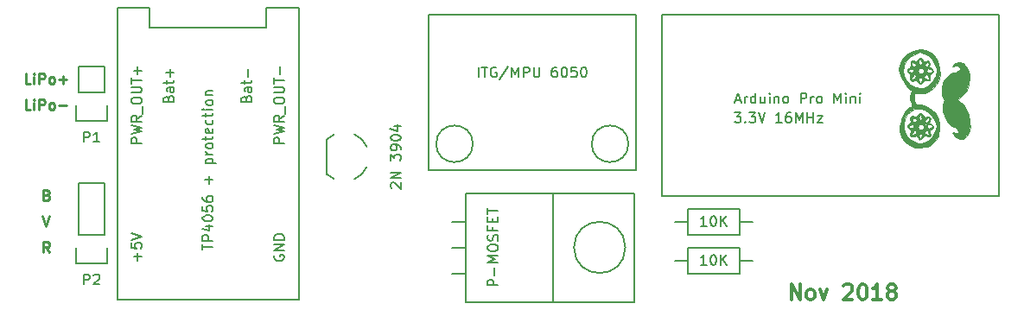
<source format=gto>
G04 #@! TF.FileFunction,Legend,Top*
%FSLAX46Y46*%
G04 Gerber Fmt 4.6, Leading zero omitted, Abs format (unit mm)*
G04 Created by KiCad (PCBNEW 4.0.2+dfsg1-stable) date Tue 13 Nov 2018 10:28:19 PM EST*
%MOMM*%
G01*
G04 APERTURE LIST*
%ADD10C,0.100000*%
%ADD11C,0.300000*%
%ADD12C,0.254000*%
%ADD13C,0.150000*%
%ADD14C,0.010000*%
%ADD15C,2.432000*%
%ADD16O,2.398980X1.901140*%
%ADD17O,1.901140X2.398980*%
%ADD18O,3.900120X2.099260*%
%ADD19C,4.199840*%
%ADD20C,2.398980*%
%ADD21C,1.797000*%
%ADD22R,2.432000X2.432000*%
%ADD23O,2.432000X2.432000*%
%ADD24R,2.432000X2.127200*%
%ADD25O,2.432000X2.127200*%
G04 APERTURE END LIST*
D10*
D11*
X170152858Y-133393571D02*
X170152858Y-131893571D01*
X171010001Y-133393571D01*
X171010001Y-131893571D01*
X171938573Y-133393571D02*
X171795715Y-133322143D01*
X171724287Y-133250714D01*
X171652858Y-133107857D01*
X171652858Y-132679286D01*
X171724287Y-132536429D01*
X171795715Y-132465000D01*
X171938573Y-132393571D01*
X172152858Y-132393571D01*
X172295715Y-132465000D01*
X172367144Y-132536429D01*
X172438573Y-132679286D01*
X172438573Y-133107857D01*
X172367144Y-133250714D01*
X172295715Y-133322143D01*
X172152858Y-133393571D01*
X171938573Y-133393571D01*
X172938573Y-132393571D02*
X173295716Y-133393571D01*
X173652858Y-132393571D01*
X175295715Y-132036429D02*
X175367144Y-131965000D01*
X175510001Y-131893571D01*
X175867144Y-131893571D01*
X176010001Y-131965000D01*
X176081430Y-132036429D01*
X176152858Y-132179286D01*
X176152858Y-132322143D01*
X176081430Y-132536429D01*
X175224287Y-133393571D01*
X176152858Y-133393571D01*
X177081429Y-131893571D02*
X177224286Y-131893571D01*
X177367143Y-131965000D01*
X177438572Y-132036429D01*
X177510001Y-132179286D01*
X177581429Y-132465000D01*
X177581429Y-132822143D01*
X177510001Y-133107857D01*
X177438572Y-133250714D01*
X177367143Y-133322143D01*
X177224286Y-133393571D01*
X177081429Y-133393571D01*
X176938572Y-133322143D01*
X176867143Y-133250714D01*
X176795715Y-133107857D01*
X176724286Y-132822143D01*
X176724286Y-132465000D01*
X176795715Y-132179286D01*
X176867143Y-132036429D01*
X176938572Y-131965000D01*
X177081429Y-131893571D01*
X179010000Y-133393571D02*
X178152857Y-133393571D01*
X178581429Y-133393571D02*
X178581429Y-131893571D01*
X178438572Y-132107857D01*
X178295714Y-132250714D01*
X178152857Y-132322143D01*
X179867143Y-132536429D02*
X179724285Y-132465000D01*
X179652857Y-132393571D01*
X179581428Y-132250714D01*
X179581428Y-132179286D01*
X179652857Y-132036429D01*
X179724285Y-131965000D01*
X179867143Y-131893571D01*
X180152857Y-131893571D01*
X180295714Y-131965000D01*
X180367143Y-132036429D01*
X180438571Y-132179286D01*
X180438571Y-132250714D01*
X180367143Y-132393571D01*
X180295714Y-132465000D01*
X180152857Y-132536429D01*
X179867143Y-132536429D01*
X179724285Y-132607857D01*
X179652857Y-132679286D01*
X179581428Y-132822143D01*
X179581428Y-133107857D01*
X179652857Y-133250714D01*
X179724285Y-133322143D01*
X179867143Y-133393571D01*
X180152857Y-133393571D01*
X180295714Y-133322143D01*
X180367143Y-133250714D01*
X180438571Y-133107857D01*
X180438571Y-132822143D01*
X180367143Y-132679286D01*
X180295714Y-132607857D01*
X180152857Y-132536429D01*
D12*
X97469476Y-128729619D02*
X97130810Y-128245810D01*
X96888905Y-128729619D02*
X96888905Y-127713619D01*
X97275952Y-127713619D01*
X97372714Y-127762000D01*
X97421095Y-127810381D01*
X97469476Y-127907143D01*
X97469476Y-128052286D01*
X97421095Y-128149048D01*
X97372714Y-128197429D01*
X97275952Y-128245810D01*
X96888905Y-128245810D01*
X96816334Y-125173619D02*
X97155001Y-126189619D01*
X97493667Y-125173619D01*
X97227571Y-123117429D02*
X97372714Y-123165810D01*
X97421095Y-123214190D01*
X97469476Y-123310952D01*
X97469476Y-123456095D01*
X97421095Y-123552857D01*
X97372714Y-123601238D01*
X97275952Y-123649619D01*
X96888905Y-123649619D01*
X96888905Y-122633619D01*
X97227571Y-122633619D01*
X97324333Y-122682000D01*
X97372714Y-122730381D01*
X97421095Y-122827143D01*
X97421095Y-122923905D01*
X97372714Y-123020667D01*
X97324333Y-123069048D01*
X97227571Y-123117429D01*
X96888905Y-123117429D01*
X95631000Y-114759619D02*
X95147191Y-114759619D01*
X95147191Y-113743619D01*
X95969667Y-114759619D02*
X95969667Y-114082286D01*
X95969667Y-113743619D02*
X95921286Y-113792000D01*
X95969667Y-113840381D01*
X96018048Y-113792000D01*
X95969667Y-113743619D01*
X95969667Y-113840381D01*
X96453477Y-114759619D02*
X96453477Y-113743619D01*
X96840524Y-113743619D01*
X96937286Y-113792000D01*
X96985667Y-113840381D01*
X97034048Y-113937143D01*
X97034048Y-114082286D01*
X96985667Y-114179048D01*
X96937286Y-114227429D01*
X96840524Y-114275810D01*
X96453477Y-114275810D01*
X97614620Y-114759619D02*
X97517858Y-114711238D01*
X97469477Y-114662857D01*
X97421096Y-114566095D01*
X97421096Y-114275810D01*
X97469477Y-114179048D01*
X97517858Y-114130667D01*
X97614620Y-114082286D01*
X97759762Y-114082286D01*
X97856524Y-114130667D01*
X97904905Y-114179048D01*
X97953286Y-114275810D01*
X97953286Y-114566095D01*
X97904905Y-114662857D01*
X97856524Y-114711238D01*
X97759762Y-114759619D01*
X97614620Y-114759619D01*
X98388715Y-114372571D02*
X99162810Y-114372571D01*
X95631000Y-112219619D02*
X95147191Y-112219619D01*
X95147191Y-111203619D01*
X95969667Y-112219619D02*
X95969667Y-111542286D01*
X95969667Y-111203619D02*
X95921286Y-111252000D01*
X95969667Y-111300381D01*
X96018048Y-111252000D01*
X95969667Y-111203619D01*
X95969667Y-111300381D01*
X96453477Y-112219619D02*
X96453477Y-111203619D01*
X96840524Y-111203619D01*
X96937286Y-111252000D01*
X96985667Y-111300381D01*
X97034048Y-111397143D01*
X97034048Y-111542286D01*
X96985667Y-111639048D01*
X96937286Y-111687429D01*
X96840524Y-111735810D01*
X96453477Y-111735810D01*
X97614620Y-112219619D02*
X97517858Y-112171238D01*
X97469477Y-112122857D01*
X97421096Y-112026095D01*
X97421096Y-111735810D01*
X97469477Y-111639048D01*
X97517858Y-111590667D01*
X97614620Y-111542286D01*
X97759762Y-111542286D01*
X97856524Y-111590667D01*
X97904905Y-111639048D01*
X97953286Y-111735810D01*
X97953286Y-112026095D01*
X97904905Y-112122857D01*
X97856524Y-112171238D01*
X97759762Y-112219619D01*
X97614620Y-112219619D01*
X98388715Y-111832571D02*
X99162810Y-111832571D01*
X98775762Y-112219619D02*
X98775762Y-111445524D01*
D13*
X104140000Y-104775000D02*
X107315000Y-104775000D01*
X107315000Y-104775000D02*
X107315000Y-106680000D01*
X107315000Y-106680000D02*
X118745000Y-106680000D01*
X118745000Y-106680000D02*
X118745000Y-104775000D01*
X118745000Y-104775000D02*
X121920000Y-104775000D01*
X121920000Y-104775000D02*
X121920000Y-127635000D01*
X120015000Y-133350000D02*
X104140000Y-133350000D01*
X104140000Y-133350000D02*
X104140000Y-108585000D01*
X104140000Y-108585000D02*
X104140000Y-106680000D01*
X104140000Y-106680000D02*
X104140000Y-105410000D01*
X104140000Y-105410000D02*
X104140000Y-104775000D01*
X120015000Y-133350000D02*
X121920000Y-133350000D01*
X121920000Y-133350000D02*
X121920000Y-127635000D01*
X190500000Y-105410000D02*
X157480000Y-105410000D01*
X157480000Y-105410000D02*
X157480000Y-123190000D01*
X157480000Y-123190000D02*
X190500000Y-123190000D01*
X190500000Y-123190000D02*
X190500000Y-105410000D01*
X128565000Y-118380000D02*
G75*
G03X127365000Y-117180000I-2200000J-1000000D01*
G01*
X128565000Y-120379999D02*
G75*
G02X127365000Y-121580000I-2200000J999999D01*
G01*
X125368010Y-117192305D02*
G75*
G03X124665000Y-117680000I996990J-2187695D01*
G01*
X125368010Y-121567695D02*
G75*
G02X124665000Y-121080000I996990J2187695D01*
G01*
X124665000Y-117680000D02*
X124665000Y-121080000D01*
X138303000Y-125730000D02*
X136906000Y-125730000D01*
X138303000Y-128270000D02*
X136906000Y-128270000D01*
X138303000Y-130810000D02*
X136906000Y-130810000D01*
X153898472Y-128270000D02*
G75*
G03X153898472Y-128270000I-2514472J0D01*
G01*
X146812000Y-133604000D02*
X154813000Y-133604000D01*
X154813000Y-133604000D02*
X154813000Y-122936000D01*
X154813000Y-122936000D02*
X146812000Y-122936000D01*
X138303000Y-133604000D02*
X146812000Y-133604000D01*
X146812000Y-133604000D02*
X146812000Y-122936000D01*
X146812000Y-122936000D02*
X138303000Y-122936000D01*
X138303000Y-128270000D02*
X138303000Y-122936000D01*
X138303000Y-128270000D02*
X138303000Y-133604000D01*
X160020000Y-124460000D02*
X165100000Y-124460000D01*
X165100000Y-124460000D02*
X165100000Y-127000000D01*
X165100000Y-127000000D02*
X160020000Y-127000000D01*
X160020000Y-127000000D02*
X160020000Y-124460000D01*
X160020000Y-125730000D02*
X158750000Y-125730000D01*
X165100000Y-125730000D02*
X166370000Y-125730000D01*
X160020000Y-128270000D02*
X165100000Y-128270000D01*
X165100000Y-128270000D02*
X165100000Y-130810000D01*
X165100000Y-130810000D02*
X160020000Y-130810000D01*
X160020000Y-130810000D02*
X160020000Y-128270000D01*
X160020000Y-129540000D02*
X158750000Y-129540000D01*
X165100000Y-129540000D02*
X166370000Y-129540000D01*
X138956051Y-118110000D02*
G75*
G03X138956051Y-118110000I-1796051J0D01*
G01*
X154196051Y-118110000D02*
G75*
G03X154196051Y-118110000I-1796051J0D01*
G01*
X154940000Y-105410000D02*
X134620000Y-105410000D01*
X134620000Y-105410000D02*
X134620000Y-120650000D01*
X134620000Y-120650000D02*
X154940000Y-120650000D01*
X154940000Y-120650000D02*
X154940000Y-105410000D01*
X100330000Y-113030000D02*
X100330000Y-110490000D01*
X100050000Y-115850000D02*
X100050000Y-114300000D01*
X100330000Y-113030000D02*
X102870000Y-113030000D01*
X103150000Y-114300000D02*
X103150000Y-115850000D01*
X103150000Y-115850000D02*
X100050000Y-115850000D01*
X102870000Y-113030000D02*
X102870000Y-110490000D01*
X102870000Y-110490000D02*
X100330000Y-110490000D01*
X102870000Y-127000000D02*
X102870000Y-121920000D01*
X102870000Y-121920000D02*
X100330000Y-121920000D01*
X100330000Y-121920000D02*
X100330000Y-127000000D01*
X100050000Y-129820000D02*
X100050000Y-128270000D01*
X100330000Y-127000000D02*
X102870000Y-127000000D01*
X103150000Y-128270000D02*
X103150000Y-129820000D01*
X103150000Y-129820000D02*
X100050000Y-129820000D01*
D14*
G36*
X184934366Y-112600862D02*
X185028863Y-112199681D01*
X185119504Y-111979881D01*
X185329078Y-111645711D01*
X185578718Y-111366266D01*
X185831319Y-111177242D01*
X186019162Y-111114417D01*
X186237632Y-111093083D01*
X186372420Y-111046142D01*
X186509102Y-110942866D01*
X186517921Y-110935329D01*
X186664589Y-110770951D01*
X186661628Y-110627104D01*
X186560136Y-110499232D01*
X186407907Y-110414550D01*
X186215958Y-110450851D01*
X186012314Y-110519612D01*
X185948415Y-110509567D01*
X186010511Y-110413422D01*
X186053501Y-110364656D01*
X186313137Y-110193106D01*
X186639169Y-110136594D01*
X186965371Y-110204872D01*
X187006174Y-110224369D01*
X187243405Y-110432687D01*
X187449280Y-110798776D01*
X187546825Y-111051357D01*
X187596873Y-111276046D01*
X187606960Y-111536640D01*
X187584622Y-111896938D01*
X187582277Y-111924747D01*
X187539572Y-112306444D01*
X187476342Y-112581518D01*
X187373523Y-112812674D01*
X187255290Y-113000321D01*
X187047766Y-113263916D01*
X186819190Y-113496202D01*
X186709377Y-113583961D01*
X186432421Y-113773946D01*
X186730727Y-113976650D01*
X187044019Y-114279891D01*
X187310216Y-114716666D01*
X187514775Y-115254335D01*
X187643153Y-115860257D01*
X187667029Y-116078000D01*
X187678258Y-116424289D01*
X187631946Y-116701724D01*
X187511550Y-117005745D01*
X187503095Y-117023767D01*
X187272795Y-117397313D01*
X187013282Y-117604460D01*
X186725736Y-117644907D01*
X186411335Y-117518354D01*
X186202210Y-117354769D01*
X186006528Y-117151308D01*
X185946846Y-117028995D01*
X186022997Y-116994843D01*
X186209593Y-117046063D01*
X186408827Y-117086111D01*
X186485322Y-117040358D01*
X186491665Y-116890888D01*
X186400870Y-116705598D01*
X186252517Y-116548578D01*
X186147277Y-116493005D01*
X185858377Y-116328239D01*
X185541222Y-116002155D01*
X185316203Y-115697000D01*
X185146306Y-115357242D01*
X185035343Y-114957344D01*
X184991510Y-114554389D01*
X185023005Y-114205460D01*
X185079577Y-114049282D01*
X185141311Y-113872104D01*
X185087141Y-113711112D01*
X185049189Y-113653855D01*
X184942219Y-113382925D01*
X184904714Y-113013602D01*
X184934366Y-112600862D01*
X184934366Y-112600862D01*
G37*
X184934366Y-112600862D02*
X185028863Y-112199681D01*
X185119504Y-111979881D01*
X185329078Y-111645711D01*
X185578718Y-111366266D01*
X185831319Y-111177242D01*
X186019162Y-111114417D01*
X186237632Y-111093083D01*
X186372420Y-111046142D01*
X186509102Y-110942866D01*
X186517921Y-110935329D01*
X186664589Y-110770951D01*
X186661628Y-110627104D01*
X186560136Y-110499232D01*
X186407907Y-110414550D01*
X186215958Y-110450851D01*
X186012314Y-110519612D01*
X185948415Y-110509567D01*
X186010511Y-110413422D01*
X186053501Y-110364656D01*
X186313137Y-110193106D01*
X186639169Y-110136594D01*
X186965371Y-110204872D01*
X187006174Y-110224369D01*
X187243405Y-110432687D01*
X187449280Y-110798776D01*
X187546825Y-111051357D01*
X187596873Y-111276046D01*
X187606960Y-111536640D01*
X187584622Y-111896938D01*
X187582277Y-111924747D01*
X187539572Y-112306444D01*
X187476342Y-112581518D01*
X187373523Y-112812674D01*
X187255290Y-113000321D01*
X187047766Y-113263916D01*
X186819190Y-113496202D01*
X186709377Y-113583961D01*
X186432421Y-113773946D01*
X186730727Y-113976650D01*
X187044019Y-114279891D01*
X187310216Y-114716666D01*
X187514775Y-115254335D01*
X187643153Y-115860257D01*
X187667029Y-116078000D01*
X187678258Y-116424289D01*
X187631946Y-116701724D01*
X187511550Y-117005745D01*
X187503095Y-117023767D01*
X187272795Y-117397313D01*
X187013282Y-117604460D01*
X186725736Y-117644907D01*
X186411335Y-117518354D01*
X186202210Y-117354769D01*
X186006528Y-117151308D01*
X185946846Y-117028995D01*
X186022997Y-116994843D01*
X186209593Y-117046063D01*
X186408827Y-117086111D01*
X186485322Y-117040358D01*
X186491665Y-116890888D01*
X186400870Y-116705598D01*
X186252517Y-116548578D01*
X186147277Y-116493005D01*
X185858377Y-116328239D01*
X185541222Y-116002155D01*
X185316203Y-115697000D01*
X185146306Y-115357242D01*
X185035343Y-114957344D01*
X184991510Y-114554389D01*
X185023005Y-114205460D01*
X185079577Y-114049282D01*
X185141311Y-113872104D01*
X185087141Y-113711112D01*
X185049189Y-113653855D01*
X184942219Y-113382925D01*
X184904714Y-113013602D01*
X184934366Y-112600862D01*
G36*
X180733981Y-110457277D02*
X180898142Y-110027194D01*
X181197644Y-109623357D01*
X181616240Y-109270150D01*
X181918459Y-109092341D01*
X182378392Y-108929031D01*
X182867268Y-108874147D01*
X183332990Y-108927380D01*
X183723462Y-109088424D01*
X183745716Y-109103104D01*
X184071966Y-109365081D01*
X184308532Y-109665286D01*
X184492197Y-110056616D01*
X184572102Y-110291512D01*
X184702919Y-110819981D01*
X184727180Y-111265796D01*
X184644003Y-111678617D01*
X184543001Y-111929333D01*
X184330805Y-112281387D01*
X184047769Y-112613851D01*
X183734263Y-112888674D01*
X183430660Y-113067804D01*
X183289767Y-113110560D01*
X183019136Y-113136598D01*
X182767039Y-113139507D01*
X182767039Y-112633886D01*
X183148006Y-112623993D01*
X183499481Y-112498629D01*
X183830184Y-112242445D01*
X184110196Y-111893707D01*
X184309598Y-111490681D01*
X184398471Y-111071632D01*
X184400283Y-111022343D01*
X184372214Y-110813405D01*
X184296270Y-110527692D01*
X184233095Y-110345010D01*
X183976677Y-109842645D01*
X183637045Y-109478490D01*
X183197456Y-109235009D01*
X183159697Y-109221019D01*
X182736156Y-109068715D01*
X182240659Y-109313989D01*
X181744938Y-109634936D01*
X181391883Y-110029289D01*
X181188090Y-110483129D01*
X181140151Y-110982541D01*
X181230963Y-111445133D01*
X181465311Y-111905057D01*
X181819821Y-112269024D01*
X182263921Y-112518233D01*
X182767039Y-112633886D01*
X182767039Y-113139507D01*
X182701091Y-113140268D01*
X182626000Y-113136989D01*
X182245000Y-113114667D01*
X182234733Y-113580333D01*
X182243495Y-113859199D01*
X182277022Y-114075056D01*
X182308600Y-114151833D01*
X182441291Y-114219188D01*
X182667046Y-114255579D01*
X182736635Y-114257667D01*
X183200074Y-114338653D01*
X183666109Y-114572319D01*
X184107137Y-114944726D01*
X184116278Y-114954298D01*
X184393671Y-115303731D01*
X184564656Y-115676356D01*
X184642136Y-116115458D01*
X184639014Y-116664327D01*
X184636663Y-116699981D01*
X184605932Y-117052810D01*
X184558454Y-117297249D01*
X184473431Y-117494192D01*
X184330066Y-117704536D01*
X184264481Y-117789739D01*
X184016837Y-118078414D01*
X183781654Y-118266334D01*
X183506923Y-118379482D01*
X183140639Y-118443844D01*
X182912089Y-118465435D01*
X182796164Y-118471626D01*
X182796164Y-118067667D01*
X183203265Y-118011702D01*
X183554402Y-117833591D01*
X183869772Y-117518012D01*
X184169573Y-117049643D01*
X184191247Y-117009333D01*
X184332344Y-116685400D01*
X184375249Y-116390223D01*
X184319055Y-116068282D01*
X184169517Y-115679070D01*
X183937016Y-115328112D01*
X183592704Y-115018153D01*
X183189741Y-114786071D01*
X182781286Y-114668741D01*
X182703775Y-114662297D01*
X182243280Y-114717985D01*
X181848805Y-114912754D01*
X181534907Y-115224362D01*
X181316143Y-115630567D01*
X181207069Y-116109127D01*
X181222242Y-116637799D01*
X181266415Y-116858533D01*
X181458129Y-117300831D01*
X181774230Y-117666869D01*
X182179419Y-117928746D01*
X182638399Y-118058563D01*
X182796164Y-118067667D01*
X182796164Y-118471626D01*
X182564364Y-118484007D01*
X182314751Y-118465466D01*
X182094153Y-118399441D01*
X181911603Y-118315231D01*
X181611599Y-118128219D01*
X181308437Y-117882676D01*
X181192403Y-117767750D01*
X181009976Y-117550107D01*
X180902472Y-117349100D01*
X180840988Y-117095611D01*
X180810276Y-116853875D01*
X180786313Y-116489970D01*
X180812043Y-116184694D01*
X180897819Y-115847014D01*
X180939457Y-115717794D01*
X181074845Y-115382976D01*
X181247271Y-115057626D01*
X181432034Y-114779091D01*
X181604434Y-114584718D01*
X181737000Y-114511897D01*
X181913209Y-114465835D01*
X181971389Y-114330369D01*
X181917579Y-114085846D01*
X181890314Y-114012921D01*
X181804110Y-113740132D01*
X181798809Y-113505818D01*
X181848136Y-113276442D01*
X181948238Y-112902172D01*
X181621983Y-112607421D01*
X181355200Y-112298775D01*
X181097676Y-111885306D01*
X180882354Y-111429862D01*
X180742172Y-110995289D01*
X180721404Y-110889222D01*
X180733981Y-110457277D01*
X180733981Y-110457277D01*
G37*
X180733981Y-110457277D02*
X180898142Y-110027194D01*
X181197644Y-109623357D01*
X181616240Y-109270150D01*
X181918459Y-109092341D01*
X182378392Y-108929031D01*
X182867268Y-108874147D01*
X183332990Y-108927380D01*
X183723462Y-109088424D01*
X183745716Y-109103104D01*
X184071966Y-109365081D01*
X184308532Y-109665286D01*
X184492197Y-110056616D01*
X184572102Y-110291512D01*
X184702919Y-110819981D01*
X184727180Y-111265796D01*
X184644003Y-111678617D01*
X184543001Y-111929333D01*
X184330805Y-112281387D01*
X184047769Y-112613851D01*
X183734263Y-112888674D01*
X183430660Y-113067804D01*
X183289767Y-113110560D01*
X183019136Y-113136598D01*
X182767039Y-113139507D01*
X182767039Y-112633886D01*
X183148006Y-112623993D01*
X183499481Y-112498629D01*
X183830184Y-112242445D01*
X184110196Y-111893707D01*
X184309598Y-111490681D01*
X184398471Y-111071632D01*
X184400283Y-111022343D01*
X184372214Y-110813405D01*
X184296270Y-110527692D01*
X184233095Y-110345010D01*
X183976677Y-109842645D01*
X183637045Y-109478490D01*
X183197456Y-109235009D01*
X183159697Y-109221019D01*
X182736156Y-109068715D01*
X182240659Y-109313989D01*
X181744938Y-109634936D01*
X181391883Y-110029289D01*
X181188090Y-110483129D01*
X181140151Y-110982541D01*
X181230963Y-111445133D01*
X181465311Y-111905057D01*
X181819821Y-112269024D01*
X182263921Y-112518233D01*
X182767039Y-112633886D01*
X182767039Y-113139507D01*
X182701091Y-113140268D01*
X182626000Y-113136989D01*
X182245000Y-113114667D01*
X182234733Y-113580333D01*
X182243495Y-113859199D01*
X182277022Y-114075056D01*
X182308600Y-114151833D01*
X182441291Y-114219188D01*
X182667046Y-114255579D01*
X182736635Y-114257667D01*
X183200074Y-114338653D01*
X183666109Y-114572319D01*
X184107137Y-114944726D01*
X184116278Y-114954298D01*
X184393671Y-115303731D01*
X184564656Y-115676356D01*
X184642136Y-116115458D01*
X184639014Y-116664327D01*
X184636663Y-116699981D01*
X184605932Y-117052810D01*
X184558454Y-117297249D01*
X184473431Y-117494192D01*
X184330066Y-117704536D01*
X184264481Y-117789739D01*
X184016837Y-118078414D01*
X183781654Y-118266334D01*
X183506923Y-118379482D01*
X183140639Y-118443844D01*
X182912089Y-118465435D01*
X182796164Y-118471626D01*
X182796164Y-118067667D01*
X183203265Y-118011702D01*
X183554402Y-117833591D01*
X183869772Y-117518012D01*
X184169573Y-117049643D01*
X184191247Y-117009333D01*
X184332344Y-116685400D01*
X184375249Y-116390223D01*
X184319055Y-116068282D01*
X184169517Y-115679070D01*
X183937016Y-115328112D01*
X183592704Y-115018153D01*
X183189741Y-114786071D01*
X182781286Y-114668741D01*
X182703775Y-114662297D01*
X182243280Y-114717985D01*
X181848805Y-114912754D01*
X181534907Y-115224362D01*
X181316143Y-115630567D01*
X181207069Y-116109127D01*
X181222242Y-116637799D01*
X181266415Y-116858533D01*
X181458129Y-117300831D01*
X181774230Y-117666869D01*
X182179419Y-117928746D01*
X182638399Y-118058563D01*
X182796164Y-118067667D01*
X182796164Y-118471626D01*
X182564364Y-118484007D01*
X182314751Y-118465466D01*
X182094153Y-118399441D01*
X181911603Y-118315231D01*
X181611599Y-118128219D01*
X181308437Y-117882676D01*
X181192403Y-117767750D01*
X181009976Y-117550107D01*
X180902472Y-117349100D01*
X180840988Y-117095611D01*
X180810276Y-116853875D01*
X180786313Y-116489970D01*
X180812043Y-116184694D01*
X180897819Y-115847014D01*
X180939457Y-115717794D01*
X181074845Y-115382976D01*
X181247271Y-115057626D01*
X181432034Y-114779091D01*
X181604434Y-114584718D01*
X181737000Y-114511897D01*
X181913209Y-114465835D01*
X181971389Y-114330369D01*
X181917579Y-114085846D01*
X181890314Y-114012921D01*
X181804110Y-113740132D01*
X181798809Y-113505818D01*
X181848136Y-113276442D01*
X181948238Y-112902172D01*
X181621983Y-112607421D01*
X181355200Y-112298775D01*
X181097676Y-111885306D01*
X180882354Y-111429862D01*
X180742172Y-110995289D01*
X180721404Y-110889222D01*
X180733981Y-110457277D01*
G36*
X181643546Y-116161244D02*
X181727766Y-116109135D01*
X181873544Y-116016610D01*
X181881558Y-115906162D01*
X181855857Y-115851118D01*
X181808139Y-115652032D01*
X181850000Y-115468005D01*
X181962086Y-115364171D01*
X182002271Y-115358333D01*
X182181490Y-115396951D01*
X182284244Y-115441347D01*
X182418453Y-115471207D01*
X182536443Y-115372572D01*
X182576963Y-115314347D01*
X182746873Y-115139799D01*
X182909540Y-115128451D01*
X183047754Y-115280493D01*
X183061544Y-115308990D01*
X183153629Y-115447022D01*
X183294695Y-115483600D01*
X183439229Y-115467489D01*
X183679673Y-115475554D01*
X183790766Y-115588473D01*
X183762285Y-115792443D01*
X183730010Y-115860086D01*
X183684160Y-115998526D01*
X183760953Y-116089056D01*
X183850490Y-116134292D01*
X184026599Y-116280038D01*
X184053294Y-116464999D01*
X183963733Y-116611400D01*
X183816407Y-116701582D01*
X183756470Y-116713000D01*
X183694824Y-116751328D01*
X183714513Y-116890383D01*
X183741589Y-116973415D01*
X183785554Y-117224337D01*
X183708793Y-117359741D01*
X183596137Y-117366974D01*
X183596137Y-117258753D01*
X183640181Y-117179873D01*
X183640703Y-117154772D01*
X183639995Y-117151571D01*
X183639995Y-116600950D01*
X183801455Y-116548953D01*
X183956859Y-116426409D01*
X183944177Y-116320455D01*
X183764415Y-116238628D01*
X183759912Y-116237487D01*
X183559666Y-116236464D01*
X183447575Y-116324679D01*
X183456855Y-116463435D01*
X183508184Y-116530765D01*
X183639995Y-116600950D01*
X183639995Y-117151571D01*
X183596684Y-116955701D01*
X183564581Y-116891163D01*
X183442716Y-116816373D01*
X183419685Y-116822464D01*
X183419685Y-116038690D01*
X183551964Y-115983118D01*
X183585926Y-115929833D01*
X183627206Y-115761542D01*
X183631162Y-115602085D01*
X183596244Y-115527788D01*
X183594100Y-115527667D01*
X183417798Y-115590885D01*
X183268593Y-115735371D01*
X183218666Y-115869312D01*
X183282142Y-115996397D01*
X183419685Y-116038690D01*
X183419685Y-116822464D01*
X183306045Y-116852524D01*
X183303333Y-116856778D01*
X183303333Y-116670667D01*
X183381352Y-116663954D01*
X183388000Y-116633330D01*
X183326539Y-116547112D01*
X183303333Y-116543667D01*
X183303333Y-116289667D01*
X183385539Y-116225238D01*
X183388000Y-116205000D01*
X183323570Y-116122794D01*
X183303333Y-116120333D01*
X183221126Y-116184763D01*
X183218666Y-116205000D01*
X183283095Y-116287207D01*
X183303333Y-116289667D01*
X183303333Y-116543667D01*
X183220867Y-116572554D01*
X183218666Y-116581003D01*
X183277995Y-116653289D01*
X183303333Y-116670667D01*
X183303333Y-116856778D01*
X183231466Y-116969525D01*
X183233575Y-117020689D01*
X183327834Y-117156503D01*
X183451500Y-117229883D01*
X183596137Y-117258753D01*
X183596137Y-117366974D01*
X183518469Y-117371961D01*
X183402017Y-117336875D01*
X183230353Y-117291404D01*
X183120929Y-117345473D01*
X183022106Y-117495116D01*
X182873113Y-117674268D01*
X182791346Y-117680416D01*
X182791346Y-117550842D01*
X182877975Y-117494758D01*
X182925083Y-117436090D01*
X183019385Y-117245862D01*
X182992888Y-117180240D01*
X182992888Y-116938778D01*
X183043223Y-116927156D01*
X183049333Y-116882333D01*
X183018355Y-116812643D01*
X182992888Y-116825889D01*
X182982755Y-116926369D01*
X182992888Y-116938778D01*
X182992888Y-117180240D01*
X182971102Y-117126284D01*
X182831770Y-117094000D01*
X182736778Y-117134890D01*
X182736778Y-116697835D01*
X182978949Y-116693349D01*
X183104959Y-116568893D01*
X183118503Y-116395982D01*
X183071108Y-116228171D01*
X183007000Y-116197525D01*
X183007000Y-115951000D01*
X183049333Y-115908667D01*
X183007000Y-115866333D01*
X182964666Y-115908667D01*
X183007000Y-115951000D01*
X183007000Y-116197525D01*
X182944717Y-116167750D01*
X182837666Y-116162667D01*
X182817472Y-116165025D01*
X182817472Y-115765736D01*
X182932299Y-115728117D01*
X182963653Y-115589541D01*
X182903958Y-115400424D01*
X182878703Y-115358333D01*
X182798939Y-115273917D01*
X182722548Y-115340924D01*
X182710772Y-115358333D01*
X182646449Y-115555466D01*
X182708994Y-115711423D01*
X182817472Y-115765736D01*
X182817472Y-116165025D01*
X182657730Y-116183682D01*
X182626000Y-116230989D01*
X182626000Y-115951000D01*
X182695690Y-115920022D01*
X182682444Y-115894556D01*
X182581964Y-115884423D01*
X182569555Y-115894556D01*
X182581177Y-115944890D01*
X182626000Y-115951000D01*
X182626000Y-116230989D01*
X182591415Y-116282553D01*
X182583666Y-116415507D01*
X182623931Y-116621874D01*
X182736778Y-116697835D01*
X182736778Y-117134890D01*
X182685996Y-117156751D01*
X182647446Y-117310272D01*
X182712381Y-117475000D01*
X182791346Y-117550842D01*
X182791346Y-117680416D01*
X182731551Y-117684912D01*
X182626000Y-117556305D01*
X182626000Y-116967000D01*
X182708465Y-116938113D01*
X182710666Y-116929664D01*
X182651337Y-116857378D01*
X182626000Y-116840000D01*
X182547981Y-116846713D01*
X182541333Y-116877337D01*
X182602793Y-116963555D01*
X182626000Y-116967000D01*
X182626000Y-117556305D01*
X182602009Y-117527073D01*
X182585646Y-117492757D01*
X182504053Y-117374483D01*
X182369720Y-117340676D01*
X182184888Y-117360664D01*
X182014293Y-117363185D01*
X182014293Y-117218921D01*
X182159458Y-117210713D01*
X182306588Y-117157615D01*
X182348450Y-117126016D01*
X182406814Y-116980759D01*
X182352498Y-116845368D01*
X182315555Y-116829853D01*
X182315555Y-116684778D01*
X182365889Y-116673156D01*
X182372000Y-116628333D01*
X182341021Y-116558643D01*
X182329666Y-116564549D01*
X182329666Y-116289667D01*
X182372000Y-116247333D01*
X182329666Y-116205000D01*
X182287333Y-116247333D01*
X182329666Y-116289667D01*
X182329666Y-116564549D01*
X182315555Y-116571889D01*
X182305422Y-116672369D01*
X182315555Y-116684778D01*
X182315555Y-116829853D01*
X182238920Y-116797667D01*
X182120099Y-116864535D01*
X182003546Y-117013854D01*
X181983668Y-117070011D01*
X181983668Y-116562818D01*
X182121410Y-116512308D01*
X182153100Y-116401390D01*
X182120060Y-116341426D01*
X182120060Y-115983146D01*
X182235045Y-115976854D01*
X182285975Y-115951727D01*
X182433965Y-115826437D01*
X182429764Y-115707985D01*
X182334612Y-115644849D01*
X182128823Y-115611305D01*
X182026763Y-115691955D01*
X182042403Y-115848872D01*
X182120060Y-115983146D01*
X182120060Y-116341426D01*
X182108677Y-116320767D01*
X181997434Y-116221170D01*
X181954481Y-116205000D01*
X181848159Y-116250097D01*
X181732015Y-116326165D01*
X181624077Y-116418514D01*
X181654037Y-116475432D01*
X181779333Y-116528081D01*
X181983668Y-116562818D01*
X181983668Y-117070011D01*
X181948736Y-117168698D01*
X181948666Y-117173101D01*
X182014293Y-117218921D01*
X182014293Y-117363185D01*
X181929679Y-117364436D01*
X181809210Y-117267022D01*
X181817259Y-117061066D01*
X181848822Y-116963237D01*
X181878843Y-116794377D01*
X181785032Y-116691036D01*
X181746046Y-116670312D01*
X181577321Y-116517646D01*
X181542559Y-116329662D01*
X181643546Y-116161244D01*
X181643546Y-116161244D01*
G37*
X181643546Y-116161244D02*
X181727766Y-116109135D01*
X181873544Y-116016610D01*
X181881558Y-115906162D01*
X181855857Y-115851118D01*
X181808139Y-115652032D01*
X181850000Y-115468005D01*
X181962086Y-115364171D01*
X182002271Y-115358333D01*
X182181490Y-115396951D01*
X182284244Y-115441347D01*
X182418453Y-115471207D01*
X182536443Y-115372572D01*
X182576963Y-115314347D01*
X182746873Y-115139799D01*
X182909540Y-115128451D01*
X183047754Y-115280493D01*
X183061544Y-115308990D01*
X183153629Y-115447022D01*
X183294695Y-115483600D01*
X183439229Y-115467489D01*
X183679673Y-115475554D01*
X183790766Y-115588473D01*
X183762285Y-115792443D01*
X183730010Y-115860086D01*
X183684160Y-115998526D01*
X183760953Y-116089056D01*
X183850490Y-116134292D01*
X184026599Y-116280038D01*
X184053294Y-116464999D01*
X183963733Y-116611400D01*
X183816407Y-116701582D01*
X183756470Y-116713000D01*
X183694824Y-116751328D01*
X183714513Y-116890383D01*
X183741589Y-116973415D01*
X183785554Y-117224337D01*
X183708793Y-117359741D01*
X183596137Y-117366974D01*
X183596137Y-117258753D01*
X183640181Y-117179873D01*
X183640703Y-117154772D01*
X183639995Y-117151571D01*
X183639995Y-116600950D01*
X183801455Y-116548953D01*
X183956859Y-116426409D01*
X183944177Y-116320455D01*
X183764415Y-116238628D01*
X183759912Y-116237487D01*
X183559666Y-116236464D01*
X183447575Y-116324679D01*
X183456855Y-116463435D01*
X183508184Y-116530765D01*
X183639995Y-116600950D01*
X183639995Y-117151571D01*
X183596684Y-116955701D01*
X183564581Y-116891163D01*
X183442716Y-116816373D01*
X183419685Y-116822464D01*
X183419685Y-116038690D01*
X183551964Y-115983118D01*
X183585926Y-115929833D01*
X183627206Y-115761542D01*
X183631162Y-115602085D01*
X183596244Y-115527788D01*
X183594100Y-115527667D01*
X183417798Y-115590885D01*
X183268593Y-115735371D01*
X183218666Y-115869312D01*
X183282142Y-115996397D01*
X183419685Y-116038690D01*
X183419685Y-116822464D01*
X183306045Y-116852524D01*
X183303333Y-116856778D01*
X183303333Y-116670667D01*
X183381352Y-116663954D01*
X183388000Y-116633330D01*
X183326539Y-116547112D01*
X183303333Y-116543667D01*
X183303333Y-116289667D01*
X183385539Y-116225238D01*
X183388000Y-116205000D01*
X183323570Y-116122794D01*
X183303333Y-116120333D01*
X183221126Y-116184763D01*
X183218666Y-116205000D01*
X183283095Y-116287207D01*
X183303333Y-116289667D01*
X183303333Y-116543667D01*
X183220867Y-116572554D01*
X183218666Y-116581003D01*
X183277995Y-116653289D01*
X183303333Y-116670667D01*
X183303333Y-116856778D01*
X183231466Y-116969525D01*
X183233575Y-117020689D01*
X183327834Y-117156503D01*
X183451500Y-117229883D01*
X183596137Y-117258753D01*
X183596137Y-117366974D01*
X183518469Y-117371961D01*
X183402017Y-117336875D01*
X183230353Y-117291404D01*
X183120929Y-117345473D01*
X183022106Y-117495116D01*
X182873113Y-117674268D01*
X182791346Y-117680416D01*
X182791346Y-117550842D01*
X182877975Y-117494758D01*
X182925083Y-117436090D01*
X183019385Y-117245862D01*
X182992888Y-117180240D01*
X182992888Y-116938778D01*
X183043223Y-116927156D01*
X183049333Y-116882333D01*
X183018355Y-116812643D01*
X182992888Y-116825889D01*
X182982755Y-116926369D01*
X182992888Y-116938778D01*
X182992888Y-117180240D01*
X182971102Y-117126284D01*
X182831770Y-117094000D01*
X182736778Y-117134890D01*
X182736778Y-116697835D01*
X182978949Y-116693349D01*
X183104959Y-116568893D01*
X183118503Y-116395982D01*
X183071108Y-116228171D01*
X183007000Y-116197525D01*
X183007000Y-115951000D01*
X183049333Y-115908667D01*
X183007000Y-115866333D01*
X182964666Y-115908667D01*
X183007000Y-115951000D01*
X183007000Y-116197525D01*
X182944717Y-116167750D01*
X182837666Y-116162667D01*
X182817472Y-116165025D01*
X182817472Y-115765736D01*
X182932299Y-115728117D01*
X182963653Y-115589541D01*
X182903958Y-115400424D01*
X182878703Y-115358333D01*
X182798939Y-115273917D01*
X182722548Y-115340924D01*
X182710772Y-115358333D01*
X182646449Y-115555466D01*
X182708994Y-115711423D01*
X182817472Y-115765736D01*
X182817472Y-116165025D01*
X182657730Y-116183682D01*
X182626000Y-116230989D01*
X182626000Y-115951000D01*
X182695690Y-115920022D01*
X182682444Y-115894556D01*
X182581964Y-115884423D01*
X182569555Y-115894556D01*
X182581177Y-115944890D01*
X182626000Y-115951000D01*
X182626000Y-116230989D01*
X182591415Y-116282553D01*
X182583666Y-116415507D01*
X182623931Y-116621874D01*
X182736778Y-116697835D01*
X182736778Y-117134890D01*
X182685996Y-117156751D01*
X182647446Y-117310272D01*
X182712381Y-117475000D01*
X182791346Y-117550842D01*
X182791346Y-117680416D01*
X182731551Y-117684912D01*
X182626000Y-117556305D01*
X182626000Y-116967000D01*
X182708465Y-116938113D01*
X182710666Y-116929664D01*
X182651337Y-116857378D01*
X182626000Y-116840000D01*
X182547981Y-116846713D01*
X182541333Y-116877337D01*
X182602793Y-116963555D01*
X182626000Y-116967000D01*
X182626000Y-117556305D01*
X182602009Y-117527073D01*
X182585646Y-117492757D01*
X182504053Y-117374483D01*
X182369720Y-117340676D01*
X182184888Y-117360664D01*
X182014293Y-117363185D01*
X182014293Y-117218921D01*
X182159458Y-117210713D01*
X182306588Y-117157615D01*
X182348450Y-117126016D01*
X182406814Y-116980759D01*
X182352498Y-116845368D01*
X182315555Y-116829853D01*
X182315555Y-116684778D01*
X182365889Y-116673156D01*
X182372000Y-116628333D01*
X182341021Y-116558643D01*
X182329666Y-116564549D01*
X182329666Y-116289667D01*
X182372000Y-116247333D01*
X182329666Y-116205000D01*
X182287333Y-116247333D01*
X182329666Y-116289667D01*
X182329666Y-116564549D01*
X182315555Y-116571889D01*
X182305422Y-116672369D01*
X182315555Y-116684778D01*
X182315555Y-116829853D01*
X182238920Y-116797667D01*
X182120099Y-116864535D01*
X182003546Y-117013854D01*
X181983668Y-117070011D01*
X181983668Y-116562818D01*
X182121410Y-116512308D01*
X182153100Y-116401390D01*
X182120060Y-116341426D01*
X182120060Y-115983146D01*
X182235045Y-115976854D01*
X182285975Y-115951727D01*
X182433965Y-115826437D01*
X182429764Y-115707985D01*
X182334612Y-115644849D01*
X182128823Y-115611305D01*
X182026763Y-115691955D01*
X182042403Y-115848872D01*
X182120060Y-115983146D01*
X182120060Y-116341426D01*
X182108677Y-116320767D01*
X181997434Y-116221170D01*
X181954481Y-116205000D01*
X181848159Y-116250097D01*
X181732015Y-116326165D01*
X181624077Y-116418514D01*
X181654037Y-116475432D01*
X181779333Y-116528081D01*
X181983668Y-116562818D01*
X181983668Y-117070011D01*
X181948736Y-117168698D01*
X181948666Y-117173101D01*
X182014293Y-117218921D01*
X182014293Y-117363185D01*
X181929679Y-117364436D01*
X181809210Y-117267022D01*
X181817259Y-117061066D01*
X181848822Y-116963237D01*
X181878843Y-116794377D01*
X181785032Y-116691036D01*
X181746046Y-116670312D01*
X181577321Y-116517646D01*
X181542559Y-116329662D01*
X181643546Y-116161244D01*
G36*
X181601679Y-110715451D02*
X181691587Y-110660311D01*
X181804836Y-110583636D01*
X181842455Y-110419679D01*
X181839753Y-110294790D01*
X181842845Y-110083828D01*
X181904024Y-109986521D01*
X182021931Y-109953683D01*
X182214227Y-109965957D01*
X182311972Y-110015106D01*
X182406727Y-110030038D01*
X182528542Y-109894724D01*
X182556635Y-109850191D01*
X182678148Y-109684479D01*
X182785537Y-109648222D01*
X182874693Y-109682827D01*
X183034215Y-109830811D01*
X183091617Y-109939513D01*
X183159134Y-110055849D01*
X183280991Y-110035446D01*
X183315634Y-110017750D01*
X183538270Y-109953092D01*
X183674847Y-110030835D01*
X183710730Y-110239848D01*
X183702177Y-110311771D01*
X183689610Y-110518654D01*
X183760466Y-110633591D01*
X183860676Y-110689455D01*
X184027549Y-110831092D01*
X184049056Y-111004052D01*
X183924283Y-111157438D01*
X183869607Y-111186998D01*
X183740968Y-111274618D01*
X183699515Y-111415104D01*
X183711034Y-111594412D01*
X183748187Y-111912648D01*
X183686826Y-111902691D01*
X183686826Y-111106396D01*
X183773812Y-111089025D01*
X183946676Y-111008633D01*
X183955624Y-110906729D01*
X183801689Y-110800087D01*
X183754858Y-110780957D01*
X183565853Y-110737890D01*
X183462405Y-110800238D01*
X183459821Y-110804219D01*
X183456883Y-110813342D01*
X183456883Y-110546232D01*
X183536166Y-110472238D01*
X183636018Y-110276495D01*
X183606765Y-110151843D01*
X183454593Y-110123966D01*
X183452364Y-110124278D01*
X183294879Y-110207850D01*
X183227700Y-110357507D01*
X183273020Y-110505223D01*
X183316169Y-110541775D01*
X183456883Y-110546232D01*
X183456883Y-110813342D01*
X183401542Y-110985199D01*
X183483570Y-111091694D01*
X183686826Y-111106396D01*
X183686826Y-111902691D01*
X183482832Y-111869588D01*
X183482832Y-111797444D01*
X183609180Y-111767899D01*
X183629695Y-111634251D01*
X183520764Y-111423883D01*
X183515000Y-111416349D01*
X183413847Y-111303189D01*
X183338147Y-111323225D01*
X183303333Y-111365451D01*
X183303333Y-111209667D01*
X183385798Y-111180780D01*
X183388000Y-111172330D01*
X183328671Y-111100044D01*
X183303333Y-111082667D01*
X183303333Y-110786333D01*
X183373023Y-110755355D01*
X183359777Y-110729889D01*
X183259298Y-110719756D01*
X183246888Y-110729889D01*
X183258511Y-110780223D01*
X183303333Y-110786333D01*
X183303333Y-111082667D01*
X183225314Y-111089380D01*
X183218666Y-111120003D01*
X183280127Y-111206221D01*
X183303333Y-111209667D01*
X183303333Y-111365451D01*
X183258083Y-111420337D01*
X183174649Y-111555912D01*
X183211857Y-111645678D01*
X183274266Y-111695504D01*
X183482832Y-111797444D01*
X183482832Y-111869588D01*
X183437144Y-111862173D01*
X183221905Y-111843443D01*
X183104255Y-111896752D01*
X183031794Y-112018682D01*
X182964666Y-112098363D01*
X182964666Y-111506000D01*
X183042685Y-111499287D01*
X183049333Y-111468664D01*
X182987872Y-111382446D01*
X182964666Y-111379000D01*
X182882201Y-111407887D01*
X182880000Y-111416337D01*
X182939328Y-111488623D01*
X182964666Y-111506000D01*
X182964666Y-112098363D01*
X182889126Y-112188030D01*
X182801853Y-112198183D01*
X182801853Y-112117419D01*
X182888169Y-112046014D01*
X182957461Y-111845054D01*
X182935317Y-111660270D01*
X182876291Y-111588375D01*
X182742404Y-111583002D01*
X182736778Y-111588457D01*
X182736778Y-111194501D01*
X182978949Y-111190016D01*
X183104959Y-111065559D01*
X183118503Y-110892648D01*
X183071108Y-110724837D01*
X183007000Y-110694191D01*
X183007000Y-110447667D01*
X183049333Y-110405333D01*
X183007000Y-110363000D01*
X182964666Y-110405333D01*
X183007000Y-110447667D01*
X183007000Y-110694191D01*
X182944717Y-110664417D01*
X182837666Y-110659333D01*
X182798423Y-110663916D01*
X182798423Y-110319585D01*
X182843856Y-110306576D01*
X182950080Y-110219960D01*
X182936809Y-110065265D01*
X182869416Y-109919892D01*
X182795773Y-109799876D01*
X182739419Y-109816700D01*
X182664743Y-109946375D01*
X182611182Y-110144538D01*
X182663182Y-110283902D01*
X182798423Y-110319585D01*
X182798423Y-110663916D01*
X182657730Y-110680348D01*
X182591415Y-110779220D01*
X182583666Y-110912174D01*
X182583666Y-110447667D01*
X182626000Y-110405333D01*
X182583666Y-110363000D01*
X182541333Y-110405333D01*
X182583666Y-110447667D01*
X182583666Y-110912174D01*
X182623931Y-111118541D01*
X182736778Y-111194501D01*
X182736778Y-111588457D01*
X182632317Y-111689760D01*
X182595866Y-111853456D01*
X182602627Y-111891433D01*
X182689400Y-112071042D01*
X182801853Y-112117419D01*
X182801853Y-112198183D01*
X182715814Y-112208194D01*
X182569555Y-112086544D01*
X182569555Y-111520111D01*
X182619889Y-111508489D01*
X182626000Y-111463667D01*
X182595021Y-111393977D01*
X182569555Y-111407222D01*
X182559422Y-111507702D01*
X182569555Y-111520111D01*
X182569555Y-112086544D01*
X182560522Y-112079030D01*
X182528748Y-112020190D01*
X182436350Y-111878025D01*
X182307647Y-111867271D01*
X182219629Y-111896646D01*
X182072743Y-111928933D01*
X182072743Y-111770216D01*
X182195415Y-111721548D01*
X182322180Y-111598550D01*
X182369166Y-111446384D01*
X182329666Y-111326840D01*
X182329666Y-111209667D01*
X182372000Y-111167333D01*
X182329666Y-111125000D01*
X182287333Y-111167333D01*
X182287333Y-110786333D01*
X182357023Y-110755355D01*
X182343777Y-110729889D01*
X182243298Y-110719756D01*
X182230888Y-110729889D01*
X182242511Y-110780223D01*
X182287333Y-110786333D01*
X182287333Y-111167333D01*
X182329666Y-111209667D01*
X182329666Y-111326840D01*
X182329515Y-111326383D01*
X182243184Y-111294333D01*
X182226747Y-111303629D01*
X182226747Y-110531765D01*
X182341071Y-110475061D01*
X182372000Y-110372875D01*
X182297676Y-110222985D01*
X182185197Y-110164566D01*
X182007348Y-110139179D01*
X181956370Y-110211279D01*
X181988974Y-110356620D01*
X182087890Y-110491373D01*
X182226747Y-110531765D01*
X182226747Y-111303629D01*
X182129341Y-111358718D01*
X182020275Y-111505859D01*
X181992846Y-111574365D01*
X181992846Y-111098603D01*
X182032575Y-111083135D01*
X182111659Y-110968498D01*
X182094236Y-110841764D01*
X181997924Y-110786333D01*
X181800739Y-110818674D01*
X181649955Y-110894613D01*
X181610000Y-110959020D01*
X181680621Y-111039967D01*
X181836320Y-111094743D01*
X181992846Y-111098603D01*
X181992846Y-111574365D01*
X181955863Y-111666735D01*
X181969995Y-111767218D01*
X182072743Y-111770216D01*
X182072743Y-111928933D01*
X181968036Y-111951950D01*
X181827977Y-111880628D01*
X181794752Y-111679190D01*
X181805489Y-111589286D01*
X181818260Y-111369952D01*
X181750693Y-111246958D01*
X181689324Y-111206808D01*
X181558220Y-111064028D01*
X181529101Y-110877062D01*
X181601679Y-110715451D01*
X181601679Y-110715451D01*
G37*
X181601679Y-110715451D02*
X181691587Y-110660311D01*
X181804836Y-110583636D01*
X181842455Y-110419679D01*
X181839753Y-110294790D01*
X181842845Y-110083828D01*
X181904024Y-109986521D01*
X182021931Y-109953683D01*
X182214227Y-109965957D01*
X182311972Y-110015106D01*
X182406727Y-110030038D01*
X182528542Y-109894724D01*
X182556635Y-109850191D01*
X182678148Y-109684479D01*
X182785537Y-109648222D01*
X182874693Y-109682827D01*
X183034215Y-109830811D01*
X183091617Y-109939513D01*
X183159134Y-110055849D01*
X183280991Y-110035446D01*
X183315634Y-110017750D01*
X183538270Y-109953092D01*
X183674847Y-110030835D01*
X183710730Y-110239848D01*
X183702177Y-110311771D01*
X183689610Y-110518654D01*
X183760466Y-110633591D01*
X183860676Y-110689455D01*
X184027549Y-110831092D01*
X184049056Y-111004052D01*
X183924283Y-111157438D01*
X183869607Y-111186998D01*
X183740968Y-111274618D01*
X183699515Y-111415104D01*
X183711034Y-111594412D01*
X183748187Y-111912648D01*
X183686826Y-111902691D01*
X183686826Y-111106396D01*
X183773812Y-111089025D01*
X183946676Y-111008633D01*
X183955624Y-110906729D01*
X183801689Y-110800087D01*
X183754858Y-110780957D01*
X183565853Y-110737890D01*
X183462405Y-110800238D01*
X183459821Y-110804219D01*
X183456883Y-110813342D01*
X183456883Y-110546232D01*
X183536166Y-110472238D01*
X183636018Y-110276495D01*
X183606765Y-110151843D01*
X183454593Y-110123966D01*
X183452364Y-110124278D01*
X183294879Y-110207850D01*
X183227700Y-110357507D01*
X183273020Y-110505223D01*
X183316169Y-110541775D01*
X183456883Y-110546232D01*
X183456883Y-110813342D01*
X183401542Y-110985199D01*
X183483570Y-111091694D01*
X183686826Y-111106396D01*
X183686826Y-111902691D01*
X183482832Y-111869588D01*
X183482832Y-111797444D01*
X183609180Y-111767899D01*
X183629695Y-111634251D01*
X183520764Y-111423883D01*
X183515000Y-111416349D01*
X183413847Y-111303189D01*
X183338147Y-111323225D01*
X183303333Y-111365451D01*
X183303333Y-111209667D01*
X183385798Y-111180780D01*
X183388000Y-111172330D01*
X183328671Y-111100044D01*
X183303333Y-111082667D01*
X183303333Y-110786333D01*
X183373023Y-110755355D01*
X183359777Y-110729889D01*
X183259298Y-110719756D01*
X183246888Y-110729889D01*
X183258511Y-110780223D01*
X183303333Y-110786333D01*
X183303333Y-111082667D01*
X183225314Y-111089380D01*
X183218666Y-111120003D01*
X183280127Y-111206221D01*
X183303333Y-111209667D01*
X183303333Y-111365451D01*
X183258083Y-111420337D01*
X183174649Y-111555912D01*
X183211857Y-111645678D01*
X183274266Y-111695504D01*
X183482832Y-111797444D01*
X183482832Y-111869588D01*
X183437144Y-111862173D01*
X183221905Y-111843443D01*
X183104255Y-111896752D01*
X183031794Y-112018682D01*
X182964666Y-112098363D01*
X182964666Y-111506000D01*
X183042685Y-111499287D01*
X183049333Y-111468664D01*
X182987872Y-111382446D01*
X182964666Y-111379000D01*
X182882201Y-111407887D01*
X182880000Y-111416337D01*
X182939328Y-111488623D01*
X182964666Y-111506000D01*
X182964666Y-112098363D01*
X182889126Y-112188030D01*
X182801853Y-112198183D01*
X182801853Y-112117419D01*
X182888169Y-112046014D01*
X182957461Y-111845054D01*
X182935317Y-111660270D01*
X182876291Y-111588375D01*
X182742404Y-111583002D01*
X182736778Y-111588457D01*
X182736778Y-111194501D01*
X182978949Y-111190016D01*
X183104959Y-111065559D01*
X183118503Y-110892648D01*
X183071108Y-110724837D01*
X183007000Y-110694191D01*
X183007000Y-110447667D01*
X183049333Y-110405333D01*
X183007000Y-110363000D01*
X182964666Y-110405333D01*
X183007000Y-110447667D01*
X183007000Y-110694191D01*
X182944717Y-110664417D01*
X182837666Y-110659333D01*
X182798423Y-110663916D01*
X182798423Y-110319585D01*
X182843856Y-110306576D01*
X182950080Y-110219960D01*
X182936809Y-110065265D01*
X182869416Y-109919892D01*
X182795773Y-109799876D01*
X182739419Y-109816700D01*
X182664743Y-109946375D01*
X182611182Y-110144538D01*
X182663182Y-110283902D01*
X182798423Y-110319585D01*
X182798423Y-110663916D01*
X182657730Y-110680348D01*
X182591415Y-110779220D01*
X182583666Y-110912174D01*
X182583666Y-110447667D01*
X182626000Y-110405333D01*
X182583666Y-110363000D01*
X182541333Y-110405333D01*
X182583666Y-110447667D01*
X182583666Y-110912174D01*
X182623931Y-111118541D01*
X182736778Y-111194501D01*
X182736778Y-111588457D01*
X182632317Y-111689760D01*
X182595866Y-111853456D01*
X182602627Y-111891433D01*
X182689400Y-112071042D01*
X182801853Y-112117419D01*
X182801853Y-112198183D01*
X182715814Y-112208194D01*
X182569555Y-112086544D01*
X182569555Y-111520111D01*
X182619889Y-111508489D01*
X182626000Y-111463667D01*
X182595021Y-111393977D01*
X182569555Y-111407222D01*
X182559422Y-111507702D01*
X182569555Y-111520111D01*
X182569555Y-112086544D01*
X182560522Y-112079030D01*
X182528748Y-112020190D01*
X182436350Y-111878025D01*
X182307647Y-111867271D01*
X182219629Y-111896646D01*
X182072743Y-111928933D01*
X182072743Y-111770216D01*
X182195415Y-111721548D01*
X182322180Y-111598550D01*
X182369166Y-111446384D01*
X182329666Y-111326840D01*
X182329666Y-111209667D01*
X182372000Y-111167333D01*
X182329666Y-111125000D01*
X182287333Y-111167333D01*
X182287333Y-110786333D01*
X182357023Y-110755355D01*
X182343777Y-110729889D01*
X182243298Y-110719756D01*
X182230888Y-110729889D01*
X182242511Y-110780223D01*
X182287333Y-110786333D01*
X182287333Y-111167333D01*
X182329666Y-111209667D01*
X182329666Y-111326840D01*
X182329515Y-111326383D01*
X182243184Y-111294333D01*
X182226747Y-111303629D01*
X182226747Y-110531765D01*
X182341071Y-110475061D01*
X182372000Y-110372875D01*
X182297676Y-110222985D01*
X182185197Y-110164566D01*
X182007348Y-110139179D01*
X181956370Y-110211279D01*
X181988974Y-110356620D01*
X182087890Y-110491373D01*
X182226747Y-110531765D01*
X182226747Y-111303629D01*
X182129341Y-111358718D01*
X182020275Y-111505859D01*
X181992846Y-111574365D01*
X181992846Y-111098603D01*
X182032575Y-111083135D01*
X182111659Y-110968498D01*
X182094236Y-110841764D01*
X181997924Y-110786333D01*
X181800739Y-110818674D01*
X181649955Y-110894613D01*
X181610000Y-110959020D01*
X181680621Y-111039967D01*
X181836320Y-111094743D01*
X181992846Y-111098603D01*
X181992846Y-111574365D01*
X181955863Y-111666735D01*
X181969995Y-111767218D01*
X182072743Y-111770216D01*
X182072743Y-111928933D01*
X181968036Y-111951950D01*
X181827977Y-111880628D01*
X181794752Y-111679190D01*
X181805489Y-111589286D01*
X181818260Y-111369952D01*
X181750693Y-111246958D01*
X181689324Y-111206808D01*
X181558220Y-111064028D01*
X181529101Y-110877062D01*
X181601679Y-110715451D01*
D13*
X112482381Y-128507144D02*
X112482381Y-127935715D01*
X113482381Y-128221430D02*
X112482381Y-128221430D01*
X113482381Y-127602382D02*
X112482381Y-127602382D01*
X112482381Y-127221429D01*
X112530000Y-127126191D01*
X112577619Y-127078572D01*
X112672857Y-127030953D01*
X112815714Y-127030953D01*
X112910952Y-127078572D01*
X112958571Y-127126191D01*
X113006190Y-127221429D01*
X113006190Y-127602382D01*
X112815714Y-126173810D02*
X113482381Y-126173810D01*
X112434762Y-126411906D02*
X113149048Y-126650001D01*
X113149048Y-126030953D01*
X112482381Y-125459525D02*
X112482381Y-125364286D01*
X112530000Y-125269048D01*
X112577619Y-125221429D01*
X112672857Y-125173810D01*
X112863333Y-125126191D01*
X113101429Y-125126191D01*
X113291905Y-125173810D01*
X113387143Y-125221429D01*
X113434762Y-125269048D01*
X113482381Y-125364286D01*
X113482381Y-125459525D01*
X113434762Y-125554763D01*
X113387143Y-125602382D01*
X113291905Y-125650001D01*
X113101429Y-125697620D01*
X112863333Y-125697620D01*
X112672857Y-125650001D01*
X112577619Y-125602382D01*
X112530000Y-125554763D01*
X112482381Y-125459525D01*
X112482381Y-124221429D02*
X112482381Y-124697620D01*
X112958571Y-124745239D01*
X112910952Y-124697620D01*
X112863333Y-124602382D01*
X112863333Y-124364286D01*
X112910952Y-124269048D01*
X112958571Y-124221429D01*
X113053810Y-124173810D01*
X113291905Y-124173810D01*
X113387143Y-124221429D01*
X113434762Y-124269048D01*
X113482381Y-124364286D01*
X113482381Y-124602382D01*
X113434762Y-124697620D01*
X113387143Y-124745239D01*
X112482381Y-123316667D02*
X112482381Y-123507144D01*
X112530000Y-123602382D01*
X112577619Y-123650001D01*
X112720476Y-123745239D01*
X112910952Y-123792858D01*
X113291905Y-123792858D01*
X113387143Y-123745239D01*
X113434762Y-123697620D01*
X113482381Y-123602382D01*
X113482381Y-123411905D01*
X113434762Y-123316667D01*
X113387143Y-123269048D01*
X113291905Y-123221429D01*
X113053810Y-123221429D01*
X112958571Y-123269048D01*
X112910952Y-123316667D01*
X112863333Y-123411905D01*
X112863333Y-123602382D01*
X112910952Y-123697620D01*
X112958571Y-123745239D01*
X113053810Y-123792858D01*
X113101429Y-122030953D02*
X113101429Y-121269048D01*
X113482381Y-121650000D02*
X112720476Y-121650000D01*
X112815714Y-120030953D02*
X113815714Y-120030953D01*
X112863333Y-120030953D02*
X112815714Y-119935715D01*
X112815714Y-119745238D01*
X112863333Y-119650000D01*
X112910952Y-119602381D01*
X113006190Y-119554762D01*
X113291905Y-119554762D01*
X113387143Y-119602381D01*
X113434762Y-119650000D01*
X113482381Y-119745238D01*
X113482381Y-119935715D01*
X113434762Y-120030953D01*
X113482381Y-119126191D02*
X112815714Y-119126191D01*
X113006190Y-119126191D02*
X112910952Y-119078572D01*
X112863333Y-119030953D01*
X112815714Y-118935715D01*
X112815714Y-118840476D01*
X113482381Y-118364286D02*
X113434762Y-118459524D01*
X113387143Y-118507143D01*
X113291905Y-118554762D01*
X113006190Y-118554762D01*
X112910952Y-118507143D01*
X112863333Y-118459524D01*
X112815714Y-118364286D01*
X112815714Y-118221428D01*
X112863333Y-118126190D01*
X112910952Y-118078571D01*
X113006190Y-118030952D01*
X113291905Y-118030952D01*
X113387143Y-118078571D01*
X113434762Y-118126190D01*
X113482381Y-118221428D01*
X113482381Y-118364286D01*
X112815714Y-117745238D02*
X112815714Y-117364286D01*
X112482381Y-117602381D02*
X113339524Y-117602381D01*
X113434762Y-117554762D01*
X113482381Y-117459524D01*
X113482381Y-117364286D01*
X113434762Y-116649999D02*
X113482381Y-116745237D01*
X113482381Y-116935714D01*
X113434762Y-117030952D01*
X113339524Y-117078571D01*
X112958571Y-117078571D01*
X112863333Y-117030952D01*
X112815714Y-116935714D01*
X112815714Y-116745237D01*
X112863333Y-116649999D01*
X112958571Y-116602380D01*
X113053810Y-116602380D01*
X113149048Y-117078571D01*
X113434762Y-115745237D02*
X113482381Y-115840475D01*
X113482381Y-116030952D01*
X113434762Y-116126190D01*
X113387143Y-116173809D01*
X113291905Y-116221428D01*
X113006190Y-116221428D01*
X112910952Y-116173809D01*
X112863333Y-116126190D01*
X112815714Y-116030952D01*
X112815714Y-115840475D01*
X112863333Y-115745237D01*
X112815714Y-115459523D02*
X112815714Y-115078571D01*
X112482381Y-115316666D02*
X113339524Y-115316666D01*
X113434762Y-115269047D01*
X113482381Y-115173809D01*
X113482381Y-115078571D01*
X113482381Y-114745237D02*
X112815714Y-114745237D01*
X112482381Y-114745237D02*
X112530000Y-114792856D01*
X112577619Y-114745237D01*
X112530000Y-114697618D01*
X112482381Y-114745237D01*
X112577619Y-114745237D01*
X113482381Y-114126190D02*
X113434762Y-114221428D01*
X113387143Y-114269047D01*
X113291905Y-114316666D01*
X113006190Y-114316666D01*
X112910952Y-114269047D01*
X112863333Y-114221428D01*
X112815714Y-114126190D01*
X112815714Y-113983332D01*
X112863333Y-113888094D01*
X112910952Y-113840475D01*
X113006190Y-113792856D01*
X113291905Y-113792856D01*
X113387143Y-113840475D01*
X113434762Y-113888094D01*
X113482381Y-113983332D01*
X113482381Y-114126190D01*
X112815714Y-113364285D02*
X113482381Y-113364285D01*
X112910952Y-113364285D02*
X112863333Y-113316666D01*
X112815714Y-113221428D01*
X112815714Y-113078570D01*
X112863333Y-112983332D01*
X112958571Y-112935713D01*
X113482381Y-112935713D01*
X119515000Y-129031904D02*
X119467381Y-129127142D01*
X119467381Y-129269999D01*
X119515000Y-129412857D01*
X119610238Y-129508095D01*
X119705476Y-129555714D01*
X119895952Y-129603333D01*
X120038810Y-129603333D01*
X120229286Y-129555714D01*
X120324524Y-129508095D01*
X120419762Y-129412857D01*
X120467381Y-129269999D01*
X120467381Y-129174761D01*
X120419762Y-129031904D01*
X120372143Y-128984285D01*
X120038810Y-128984285D01*
X120038810Y-129174761D01*
X120467381Y-128555714D02*
X119467381Y-128555714D01*
X120467381Y-127984285D01*
X119467381Y-127984285D01*
X120467381Y-127508095D02*
X119467381Y-127508095D01*
X119467381Y-127270000D01*
X119515000Y-127127142D01*
X119610238Y-127031904D01*
X119705476Y-126984285D01*
X119895952Y-126936666D01*
X120038810Y-126936666D01*
X120229286Y-126984285D01*
X120324524Y-127031904D01*
X120419762Y-127127142D01*
X120467381Y-127270000D01*
X120467381Y-127508095D01*
X106116429Y-129555714D02*
X106116429Y-128793809D01*
X106497381Y-129174761D02*
X105735476Y-129174761D01*
X105497381Y-127841428D02*
X105497381Y-128317619D01*
X105973571Y-128365238D01*
X105925952Y-128317619D01*
X105878333Y-128222381D01*
X105878333Y-127984285D01*
X105925952Y-127889047D01*
X105973571Y-127841428D01*
X106068810Y-127793809D01*
X106306905Y-127793809D01*
X106402143Y-127841428D01*
X106449762Y-127889047D01*
X106497381Y-127984285D01*
X106497381Y-128222381D01*
X106449762Y-128317619D01*
X106402143Y-128365238D01*
X105497381Y-127508095D02*
X106497381Y-127174762D01*
X105497381Y-126841428D01*
X106497381Y-118061905D02*
X105497381Y-118061905D01*
X105497381Y-117680952D01*
X105545000Y-117585714D01*
X105592619Y-117538095D01*
X105687857Y-117490476D01*
X105830714Y-117490476D01*
X105925952Y-117538095D01*
X105973571Y-117585714D01*
X106021190Y-117680952D01*
X106021190Y-118061905D01*
X105497381Y-117157143D02*
X106497381Y-116919048D01*
X105783095Y-116728571D01*
X106497381Y-116538095D01*
X105497381Y-116300000D01*
X106497381Y-115347619D02*
X106021190Y-115680953D01*
X106497381Y-115919048D02*
X105497381Y-115919048D01*
X105497381Y-115538095D01*
X105545000Y-115442857D01*
X105592619Y-115395238D01*
X105687857Y-115347619D01*
X105830714Y-115347619D01*
X105925952Y-115395238D01*
X105973571Y-115442857D01*
X106021190Y-115538095D01*
X106021190Y-115919048D01*
X106592619Y-115157143D02*
X106592619Y-114395238D01*
X105497381Y-113966667D02*
X105497381Y-113776190D01*
X105545000Y-113680952D01*
X105640238Y-113585714D01*
X105830714Y-113538095D01*
X106164048Y-113538095D01*
X106354524Y-113585714D01*
X106449762Y-113680952D01*
X106497381Y-113776190D01*
X106497381Y-113966667D01*
X106449762Y-114061905D01*
X106354524Y-114157143D01*
X106164048Y-114204762D01*
X105830714Y-114204762D01*
X105640238Y-114157143D01*
X105545000Y-114061905D01*
X105497381Y-113966667D01*
X105497381Y-113109524D02*
X106306905Y-113109524D01*
X106402143Y-113061905D01*
X106449762Y-113014286D01*
X106497381Y-112919048D01*
X106497381Y-112728571D01*
X106449762Y-112633333D01*
X106402143Y-112585714D01*
X106306905Y-112538095D01*
X105497381Y-112538095D01*
X105497381Y-112204762D02*
X105497381Y-111633333D01*
X106497381Y-111919048D02*
X105497381Y-111919048D01*
X106116429Y-111300000D02*
X106116429Y-110538095D01*
X106497381Y-110919047D02*
X105735476Y-110919047D01*
X120467381Y-118061905D02*
X119467381Y-118061905D01*
X119467381Y-117680952D01*
X119515000Y-117585714D01*
X119562619Y-117538095D01*
X119657857Y-117490476D01*
X119800714Y-117490476D01*
X119895952Y-117538095D01*
X119943571Y-117585714D01*
X119991190Y-117680952D01*
X119991190Y-118061905D01*
X119467381Y-117157143D02*
X120467381Y-116919048D01*
X119753095Y-116728571D01*
X120467381Y-116538095D01*
X119467381Y-116300000D01*
X120467381Y-115347619D02*
X119991190Y-115680953D01*
X120467381Y-115919048D02*
X119467381Y-115919048D01*
X119467381Y-115538095D01*
X119515000Y-115442857D01*
X119562619Y-115395238D01*
X119657857Y-115347619D01*
X119800714Y-115347619D01*
X119895952Y-115395238D01*
X119943571Y-115442857D01*
X119991190Y-115538095D01*
X119991190Y-115919048D01*
X120562619Y-115157143D02*
X120562619Y-114395238D01*
X119467381Y-113966667D02*
X119467381Y-113776190D01*
X119515000Y-113680952D01*
X119610238Y-113585714D01*
X119800714Y-113538095D01*
X120134048Y-113538095D01*
X120324524Y-113585714D01*
X120419762Y-113680952D01*
X120467381Y-113776190D01*
X120467381Y-113966667D01*
X120419762Y-114061905D01*
X120324524Y-114157143D01*
X120134048Y-114204762D01*
X119800714Y-114204762D01*
X119610238Y-114157143D01*
X119515000Y-114061905D01*
X119467381Y-113966667D01*
X119467381Y-113109524D02*
X120276905Y-113109524D01*
X120372143Y-113061905D01*
X120419762Y-113014286D01*
X120467381Y-112919048D01*
X120467381Y-112728571D01*
X120419762Y-112633333D01*
X120372143Y-112585714D01*
X120276905Y-112538095D01*
X119467381Y-112538095D01*
X119467381Y-112204762D02*
X119467381Y-111633333D01*
X120467381Y-111919048D02*
X119467381Y-111919048D01*
X120086429Y-111300000D02*
X120086429Y-110538095D01*
X116768571Y-113680714D02*
X116816190Y-113537857D01*
X116863810Y-113490238D01*
X116959048Y-113442619D01*
X117101905Y-113442619D01*
X117197143Y-113490238D01*
X117244762Y-113537857D01*
X117292381Y-113633095D01*
X117292381Y-114014048D01*
X116292381Y-114014048D01*
X116292381Y-113680714D01*
X116340000Y-113585476D01*
X116387619Y-113537857D01*
X116482857Y-113490238D01*
X116578095Y-113490238D01*
X116673333Y-113537857D01*
X116720952Y-113585476D01*
X116768571Y-113680714D01*
X116768571Y-114014048D01*
X117292381Y-112585476D02*
X116768571Y-112585476D01*
X116673333Y-112633095D01*
X116625714Y-112728333D01*
X116625714Y-112918810D01*
X116673333Y-113014048D01*
X117244762Y-112585476D02*
X117292381Y-112680714D01*
X117292381Y-112918810D01*
X117244762Y-113014048D01*
X117149524Y-113061667D01*
X117054286Y-113061667D01*
X116959048Y-113014048D01*
X116911429Y-112918810D01*
X116911429Y-112680714D01*
X116863810Y-112585476D01*
X116625714Y-112252143D02*
X116625714Y-111871191D01*
X116292381Y-112109286D02*
X117149524Y-112109286D01*
X117244762Y-112061667D01*
X117292381Y-111966429D01*
X117292381Y-111871191D01*
X116911429Y-111537857D02*
X116911429Y-110775952D01*
X109148571Y-113680714D02*
X109196190Y-113537857D01*
X109243810Y-113490238D01*
X109339048Y-113442619D01*
X109481905Y-113442619D01*
X109577143Y-113490238D01*
X109624762Y-113537857D01*
X109672381Y-113633095D01*
X109672381Y-114014048D01*
X108672381Y-114014048D01*
X108672381Y-113680714D01*
X108720000Y-113585476D01*
X108767619Y-113537857D01*
X108862857Y-113490238D01*
X108958095Y-113490238D01*
X109053333Y-113537857D01*
X109100952Y-113585476D01*
X109148571Y-113680714D01*
X109148571Y-114014048D01*
X109672381Y-112585476D02*
X109148571Y-112585476D01*
X109053333Y-112633095D01*
X109005714Y-112728333D01*
X109005714Y-112918810D01*
X109053333Y-113014048D01*
X109624762Y-112585476D02*
X109672381Y-112680714D01*
X109672381Y-112918810D01*
X109624762Y-113014048D01*
X109529524Y-113061667D01*
X109434286Y-113061667D01*
X109339048Y-113014048D01*
X109291429Y-112918810D01*
X109291429Y-112680714D01*
X109243810Y-112585476D01*
X109005714Y-112252143D02*
X109005714Y-111871191D01*
X108672381Y-112109286D02*
X109529524Y-112109286D01*
X109624762Y-112061667D01*
X109672381Y-111966429D01*
X109672381Y-111871191D01*
X109291429Y-111537857D02*
X109291429Y-110775952D01*
X109672381Y-111156904D02*
X108910476Y-111156904D01*
X164600476Y-115022381D02*
X165219524Y-115022381D01*
X164886190Y-115403333D01*
X165029048Y-115403333D01*
X165124286Y-115450952D01*
X165171905Y-115498571D01*
X165219524Y-115593810D01*
X165219524Y-115831905D01*
X165171905Y-115927143D01*
X165124286Y-115974762D01*
X165029048Y-116022381D01*
X164743333Y-116022381D01*
X164648095Y-115974762D01*
X164600476Y-115927143D01*
X165648095Y-115927143D02*
X165695714Y-115974762D01*
X165648095Y-116022381D01*
X165600476Y-115974762D01*
X165648095Y-115927143D01*
X165648095Y-116022381D01*
X166029047Y-115022381D02*
X166648095Y-115022381D01*
X166314761Y-115403333D01*
X166457619Y-115403333D01*
X166552857Y-115450952D01*
X166600476Y-115498571D01*
X166648095Y-115593810D01*
X166648095Y-115831905D01*
X166600476Y-115927143D01*
X166552857Y-115974762D01*
X166457619Y-116022381D01*
X166171904Y-116022381D01*
X166076666Y-115974762D01*
X166029047Y-115927143D01*
X166933809Y-115022381D02*
X167267142Y-116022381D01*
X167600476Y-115022381D01*
X169219524Y-116022381D02*
X168648095Y-116022381D01*
X168933809Y-116022381D02*
X168933809Y-115022381D01*
X168838571Y-115165238D01*
X168743333Y-115260476D01*
X168648095Y-115308095D01*
X170076667Y-115022381D02*
X169886190Y-115022381D01*
X169790952Y-115070000D01*
X169743333Y-115117619D01*
X169648095Y-115260476D01*
X169600476Y-115450952D01*
X169600476Y-115831905D01*
X169648095Y-115927143D01*
X169695714Y-115974762D01*
X169790952Y-116022381D01*
X169981429Y-116022381D01*
X170076667Y-115974762D01*
X170124286Y-115927143D01*
X170171905Y-115831905D01*
X170171905Y-115593810D01*
X170124286Y-115498571D01*
X170076667Y-115450952D01*
X169981429Y-115403333D01*
X169790952Y-115403333D01*
X169695714Y-115450952D01*
X169648095Y-115498571D01*
X169600476Y-115593810D01*
X170600476Y-116022381D02*
X170600476Y-115022381D01*
X170933810Y-115736667D01*
X171267143Y-115022381D01*
X171267143Y-116022381D01*
X171743333Y-116022381D02*
X171743333Y-115022381D01*
X171743333Y-115498571D02*
X172314762Y-115498571D01*
X172314762Y-116022381D02*
X172314762Y-115022381D01*
X172695714Y-115355714D02*
X173219524Y-115355714D01*
X172695714Y-116022381D01*
X173219524Y-116022381D01*
X164695952Y-113831667D02*
X165172143Y-113831667D01*
X164600714Y-114117381D02*
X164934047Y-113117381D01*
X165267381Y-114117381D01*
X165600714Y-114117381D02*
X165600714Y-113450714D01*
X165600714Y-113641190D02*
X165648333Y-113545952D01*
X165695952Y-113498333D01*
X165791190Y-113450714D01*
X165886429Y-113450714D01*
X166648334Y-114117381D02*
X166648334Y-113117381D01*
X166648334Y-114069762D02*
X166553096Y-114117381D01*
X166362619Y-114117381D01*
X166267381Y-114069762D01*
X166219762Y-114022143D01*
X166172143Y-113926905D01*
X166172143Y-113641190D01*
X166219762Y-113545952D01*
X166267381Y-113498333D01*
X166362619Y-113450714D01*
X166553096Y-113450714D01*
X166648334Y-113498333D01*
X167553096Y-113450714D02*
X167553096Y-114117381D01*
X167124524Y-113450714D02*
X167124524Y-113974524D01*
X167172143Y-114069762D01*
X167267381Y-114117381D01*
X167410239Y-114117381D01*
X167505477Y-114069762D01*
X167553096Y-114022143D01*
X168029286Y-114117381D02*
X168029286Y-113450714D01*
X168029286Y-113117381D02*
X167981667Y-113165000D01*
X168029286Y-113212619D01*
X168076905Y-113165000D01*
X168029286Y-113117381D01*
X168029286Y-113212619D01*
X168505476Y-113450714D02*
X168505476Y-114117381D01*
X168505476Y-113545952D02*
X168553095Y-113498333D01*
X168648333Y-113450714D01*
X168791191Y-113450714D01*
X168886429Y-113498333D01*
X168934048Y-113593571D01*
X168934048Y-114117381D01*
X169553095Y-114117381D02*
X169457857Y-114069762D01*
X169410238Y-114022143D01*
X169362619Y-113926905D01*
X169362619Y-113641190D01*
X169410238Y-113545952D01*
X169457857Y-113498333D01*
X169553095Y-113450714D01*
X169695953Y-113450714D01*
X169791191Y-113498333D01*
X169838810Y-113545952D01*
X169886429Y-113641190D01*
X169886429Y-113926905D01*
X169838810Y-114022143D01*
X169791191Y-114069762D01*
X169695953Y-114117381D01*
X169553095Y-114117381D01*
X171076905Y-114117381D02*
X171076905Y-113117381D01*
X171457858Y-113117381D01*
X171553096Y-113165000D01*
X171600715Y-113212619D01*
X171648334Y-113307857D01*
X171648334Y-113450714D01*
X171600715Y-113545952D01*
X171553096Y-113593571D01*
X171457858Y-113641190D01*
X171076905Y-113641190D01*
X172076905Y-114117381D02*
X172076905Y-113450714D01*
X172076905Y-113641190D02*
X172124524Y-113545952D01*
X172172143Y-113498333D01*
X172267381Y-113450714D01*
X172362620Y-113450714D01*
X172838810Y-114117381D02*
X172743572Y-114069762D01*
X172695953Y-114022143D01*
X172648334Y-113926905D01*
X172648334Y-113641190D01*
X172695953Y-113545952D01*
X172743572Y-113498333D01*
X172838810Y-113450714D01*
X172981668Y-113450714D01*
X173076906Y-113498333D01*
X173124525Y-113545952D01*
X173172144Y-113641190D01*
X173172144Y-113926905D01*
X173124525Y-114022143D01*
X173076906Y-114069762D01*
X172981668Y-114117381D01*
X172838810Y-114117381D01*
X174362620Y-114117381D02*
X174362620Y-113117381D01*
X174695954Y-113831667D01*
X175029287Y-113117381D01*
X175029287Y-114117381D01*
X175505477Y-114117381D02*
X175505477Y-113450714D01*
X175505477Y-113117381D02*
X175457858Y-113165000D01*
X175505477Y-113212619D01*
X175553096Y-113165000D01*
X175505477Y-113117381D01*
X175505477Y-113212619D01*
X175981667Y-113450714D02*
X175981667Y-114117381D01*
X175981667Y-113545952D02*
X176029286Y-113498333D01*
X176124524Y-113450714D01*
X176267382Y-113450714D01*
X176362620Y-113498333D01*
X176410239Y-113593571D01*
X176410239Y-114117381D01*
X176886429Y-114117381D02*
X176886429Y-113450714D01*
X176886429Y-113117381D02*
X176838810Y-113165000D01*
X176886429Y-113212619D01*
X176934048Y-113165000D01*
X176886429Y-113117381D01*
X176886429Y-113212619D01*
X130992619Y-122475238D02*
X130945000Y-122427619D01*
X130897381Y-122332381D01*
X130897381Y-122094285D01*
X130945000Y-121999047D01*
X130992619Y-121951428D01*
X131087857Y-121903809D01*
X131183095Y-121903809D01*
X131325952Y-121951428D01*
X131897381Y-122522857D01*
X131897381Y-121903809D01*
X131897381Y-121475238D02*
X130897381Y-121475238D01*
X131897381Y-120903809D01*
X130897381Y-120903809D01*
X130897381Y-119760952D02*
X130897381Y-119141904D01*
X131278333Y-119475238D01*
X131278333Y-119332380D01*
X131325952Y-119237142D01*
X131373571Y-119189523D01*
X131468810Y-119141904D01*
X131706905Y-119141904D01*
X131802143Y-119189523D01*
X131849762Y-119237142D01*
X131897381Y-119332380D01*
X131897381Y-119618095D01*
X131849762Y-119713333D01*
X131802143Y-119760952D01*
X131897381Y-118665714D02*
X131897381Y-118475238D01*
X131849762Y-118379999D01*
X131802143Y-118332380D01*
X131659286Y-118237142D01*
X131468810Y-118189523D01*
X131087857Y-118189523D01*
X130992619Y-118237142D01*
X130945000Y-118284761D01*
X130897381Y-118379999D01*
X130897381Y-118570476D01*
X130945000Y-118665714D01*
X130992619Y-118713333D01*
X131087857Y-118760952D01*
X131325952Y-118760952D01*
X131421190Y-118713333D01*
X131468810Y-118665714D01*
X131516429Y-118570476D01*
X131516429Y-118379999D01*
X131468810Y-118284761D01*
X131421190Y-118237142D01*
X131325952Y-118189523D01*
X130897381Y-117570476D02*
X130897381Y-117475237D01*
X130945000Y-117379999D01*
X130992619Y-117332380D01*
X131087857Y-117284761D01*
X131278333Y-117237142D01*
X131516429Y-117237142D01*
X131706905Y-117284761D01*
X131802143Y-117332380D01*
X131849762Y-117379999D01*
X131897381Y-117475237D01*
X131897381Y-117570476D01*
X131849762Y-117665714D01*
X131802143Y-117713333D01*
X131706905Y-117760952D01*
X131516429Y-117808571D01*
X131278333Y-117808571D01*
X131087857Y-117760952D01*
X130992619Y-117713333D01*
X130945000Y-117665714D01*
X130897381Y-117570476D01*
X131230714Y-116379999D02*
X131897381Y-116379999D01*
X130849762Y-116618095D02*
X131564048Y-116856190D01*
X131564048Y-116237142D01*
X141422381Y-131984286D02*
X140422381Y-131984286D01*
X140422381Y-131603333D01*
X140470000Y-131508095D01*
X140517619Y-131460476D01*
X140612857Y-131412857D01*
X140755714Y-131412857D01*
X140850952Y-131460476D01*
X140898571Y-131508095D01*
X140946190Y-131603333D01*
X140946190Y-131984286D01*
X141041429Y-130984286D02*
X141041429Y-130222381D01*
X141422381Y-129746191D02*
X140422381Y-129746191D01*
X141136667Y-129412857D01*
X140422381Y-129079524D01*
X141422381Y-129079524D01*
X140422381Y-128412858D02*
X140422381Y-128222381D01*
X140470000Y-128127143D01*
X140565238Y-128031905D01*
X140755714Y-127984286D01*
X141089048Y-127984286D01*
X141279524Y-128031905D01*
X141374762Y-128127143D01*
X141422381Y-128222381D01*
X141422381Y-128412858D01*
X141374762Y-128508096D01*
X141279524Y-128603334D01*
X141089048Y-128650953D01*
X140755714Y-128650953D01*
X140565238Y-128603334D01*
X140470000Y-128508096D01*
X140422381Y-128412858D01*
X141374762Y-127603334D02*
X141422381Y-127460477D01*
X141422381Y-127222381D01*
X141374762Y-127127143D01*
X141327143Y-127079524D01*
X141231905Y-127031905D01*
X141136667Y-127031905D01*
X141041429Y-127079524D01*
X140993810Y-127127143D01*
X140946190Y-127222381D01*
X140898571Y-127412858D01*
X140850952Y-127508096D01*
X140803333Y-127555715D01*
X140708095Y-127603334D01*
X140612857Y-127603334D01*
X140517619Y-127555715D01*
X140470000Y-127508096D01*
X140422381Y-127412858D01*
X140422381Y-127174762D01*
X140470000Y-127031905D01*
X140898571Y-126270000D02*
X140898571Y-126603334D01*
X141422381Y-126603334D02*
X140422381Y-126603334D01*
X140422381Y-126127143D01*
X140898571Y-125746191D02*
X140898571Y-125412857D01*
X141422381Y-125270000D02*
X141422381Y-125746191D01*
X140422381Y-125746191D01*
X140422381Y-125270000D01*
X140422381Y-124984286D02*
X140422381Y-124412857D01*
X141422381Y-124698572D02*
X140422381Y-124698572D01*
X161869524Y-126182381D02*
X161298095Y-126182381D01*
X161583809Y-126182381D02*
X161583809Y-125182381D01*
X161488571Y-125325238D01*
X161393333Y-125420476D01*
X161298095Y-125468095D01*
X162488571Y-125182381D02*
X162583810Y-125182381D01*
X162679048Y-125230000D01*
X162726667Y-125277619D01*
X162774286Y-125372857D01*
X162821905Y-125563333D01*
X162821905Y-125801429D01*
X162774286Y-125991905D01*
X162726667Y-126087143D01*
X162679048Y-126134762D01*
X162583810Y-126182381D01*
X162488571Y-126182381D01*
X162393333Y-126134762D01*
X162345714Y-126087143D01*
X162298095Y-125991905D01*
X162250476Y-125801429D01*
X162250476Y-125563333D01*
X162298095Y-125372857D01*
X162345714Y-125277619D01*
X162393333Y-125230000D01*
X162488571Y-125182381D01*
X163250476Y-126182381D02*
X163250476Y-125182381D01*
X163821905Y-126182381D02*
X163393333Y-125610952D01*
X163821905Y-125182381D02*
X163250476Y-125753810D01*
X161869524Y-129992381D02*
X161298095Y-129992381D01*
X161583809Y-129992381D02*
X161583809Y-128992381D01*
X161488571Y-129135238D01*
X161393333Y-129230476D01*
X161298095Y-129278095D01*
X162488571Y-128992381D02*
X162583810Y-128992381D01*
X162679048Y-129040000D01*
X162726667Y-129087619D01*
X162774286Y-129182857D01*
X162821905Y-129373333D01*
X162821905Y-129611429D01*
X162774286Y-129801905D01*
X162726667Y-129897143D01*
X162679048Y-129944762D01*
X162583810Y-129992381D01*
X162488571Y-129992381D01*
X162393333Y-129944762D01*
X162345714Y-129897143D01*
X162298095Y-129801905D01*
X162250476Y-129611429D01*
X162250476Y-129373333D01*
X162298095Y-129182857D01*
X162345714Y-129087619D01*
X162393333Y-129040000D01*
X162488571Y-128992381D01*
X163250476Y-129992381D02*
X163250476Y-128992381D01*
X163821905Y-129992381D02*
X163393333Y-129420952D01*
X163821905Y-128992381D02*
X163250476Y-129563810D01*
X139494286Y-111577381D02*
X139494286Y-110577381D01*
X139827619Y-110577381D02*
X140399048Y-110577381D01*
X140113333Y-111577381D02*
X140113333Y-110577381D01*
X141256191Y-110625000D02*
X141160953Y-110577381D01*
X141018096Y-110577381D01*
X140875238Y-110625000D01*
X140780000Y-110720238D01*
X140732381Y-110815476D01*
X140684762Y-111005952D01*
X140684762Y-111148810D01*
X140732381Y-111339286D01*
X140780000Y-111434524D01*
X140875238Y-111529762D01*
X141018096Y-111577381D01*
X141113334Y-111577381D01*
X141256191Y-111529762D01*
X141303810Y-111482143D01*
X141303810Y-111148810D01*
X141113334Y-111148810D01*
X142446667Y-110529762D02*
X141589524Y-111815476D01*
X142780000Y-111577381D02*
X142780000Y-110577381D01*
X143113334Y-111291667D01*
X143446667Y-110577381D01*
X143446667Y-111577381D01*
X143922857Y-111577381D02*
X143922857Y-110577381D01*
X144303810Y-110577381D01*
X144399048Y-110625000D01*
X144446667Y-110672619D01*
X144494286Y-110767857D01*
X144494286Y-110910714D01*
X144446667Y-111005952D01*
X144399048Y-111053571D01*
X144303810Y-111101190D01*
X143922857Y-111101190D01*
X144922857Y-110577381D02*
X144922857Y-111386905D01*
X144970476Y-111482143D01*
X145018095Y-111529762D01*
X145113333Y-111577381D01*
X145303810Y-111577381D01*
X145399048Y-111529762D01*
X145446667Y-111482143D01*
X145494286Y-111386905D01*
X145494286Y-110577381D01*
X147160953Y-110577381D02*
X146970476Y-110577381D01*
X146875238Y-110625000D01*
X146827619Y-110672619D01*
X146732381Y-110815476D01*
X146684762Y-111005952D01*
X146684762Y-111386905D01*
X146732381Y-111482143D01*
X146780000Y-111529762D01*
X146875238Y-111577381D01*
X147065715Y-111577381D01*
X147160953Y-111529762D01*
X147208572Y-111482143D01*
X147256191Y-111386905D01*
X147256191Y-111148810D01*
X147208572Y-111053571D01*
X147160953Y-111005952D01*
X147065715Y-110958333D01*
X146875238Y-110958333D01*
X146780000Y-111005952D01*
X146732381Y-111053571D01*
X146684762Y-111148810D01*
X147875238Y-110577381D02*
X147970477Y-110577381D01*
X148065715Y-110625000D01*
X148113334Y-110672619D01*
X148160953Y-110767857D01*
X148208572Y-110958333D01*
X148208572Y-111196429D01*
X148160953Y-111386905D01*
X148113334Y-111482143D01*
X148065715Y-111529762D01*
X147970477Y-111577381D01*
X147875238Y-111577381D01*
X147780000Y-111529762D01*
X147732381Y-111482143D01*
X147684762Y-111386905D01*
X147637143Y-111196429D01*
X147637143Y-110958333D01*
X147684762Y-110767857D01*
X147732381Y-110672619D01*
X147780000Y-110625000D01*
X147875238Y-110577381D01*
X149113334Y-110577381D02*
X148637143Y-110577381D01*
X148589524Y-111053571D01*
X148637143Y-111005952D01*
X148732381Y-110958333D01*
X148970477Y-110958333D01*
X149065715Y-111005952D01*
X149113334Y-111053571D01*
X149160953Y-111148810D01*
X149160953Y-111386905D01*
X149113334Y-111482143D01*
X149065715Y-111529762D01*
X148970477Y-111577381D01*
X148732381Y-111577381D01*
X148637143Y-111529762D01*
X148589524Y-111482143D01*
X149780000Y-110577381D02*
X149875239Y-110577381D01*
X149970477Y-110625000D01*
X150018096Y-110672619D01*
X150065715Y-110767857D01*
X150113334Y-110958333D01*
X150113334Y-111196429D01*
X150065715Y-111386905D01*
X150018096Y-111482143D01*
X149970477Y-111529762D01*
X149875239Y-111577381D01*
X149780000Y-111577381D01*
X149684762Y-111529762D01*
X149637143Y-111482143D01*
X149589524Y-111386905D01*
X149541905Y-111196429D01*
X149541905Y-110958333D01*
X149589524Y-110767857D01*
X149637143Y-110672619D01*
X149684762Y-110625000D01*
X149780000Y-110577381D01*
X100861905Y-117927381D02*
X100861905Y-116927381D01*
X101242858Y-116927381D01*
X101338096Y-116975000D01*
X101385715Y-117022619D01*
X101433334Y-117117857D01*
X101433334Y-117260714D01*
X101385715Y-117355952D01*
X101338096Y-117403571D01*
X101242858Y-117451190D01*
X100861905Y-117451190D01*
X102385715Y-117927381D02*
X101814286Y-117927381D01*
X102100000Y-117927381D02*
X102100000Y-116927381D01*
X102004762Y-117070238D01*
X101909524Y-117165476D01*
X101814286Y-117213095D01*
X100861905Y-131897381D02*
X100861905Y-130897381D01*
X101242858Y-130897381D01*
X101338096Y-130945000D01*
X101385715Y-130992619D01*
X101433334Y-131087857D01*
X101433334Y-131230714D01*
X101385715Y-131325952D01*
X101338096Y-131373571D01*
X101242858Y-131421190D01*
X100861905Y-131421190D01*
X101814286Y-130992619D02*
X101861905Y-130945000D01*
X101957143Y-130897381D01*
X102195239Y-130897381D01*
X102290477Y-130945000D01*
X102338096Y-130992619D01*
X102385715Y-131087857D01*
X102385715Y-131183095D01*
X102338096Y-131325952D01*
X101766667Y-131897381D01*
X102385715Y-131897381D01*
%LPC*%
D11*
X169907857Y-127689429D02*
X169907857Y-126673429D01*
X169907857Y-126165429D02*
X169835286Y-126238000D01*
X169907857Y-126310571D01*
X169980429Y-126238000D01*
X169907857Y-126165429D01*
X169907857Y-126310571D01*
X170633571Y-126673429D02*
X170633571Y-127689429D01*
X170633571Y-126818571D02*
X170706143Y-126746000D01*
X170851285Y-126673429D01*
X171069000Y-126673429D01*
X171214143Y-126746000D01*
X171286714Y-126891143D01*
X171286714Y-127689429D01*
X171867285Y-126673429D02*
X172230142Y-127689429D01*
X172593000Y-126673429D01*
X173754143Y-127616857D02*
X173609000Y-127689429D01*
X173318714Y-127689429D01*
X173173571Y-127616857D01*
X173101000Y-127471714D01*
X173101000Y-126891143D01*
X173173571Y-126746000D01*
X173318714Y-126673429D01*
X173609000Y-126673429D01*
X173754143Y-126746000D01*
X173826714Y-126891143D01*
X173826714Y-127036286D01*
X173101000Y-127181429D01*
X174479857Y-126673429D02*
X174479857Y-127689429D01*
X174479857Y-126818571D02*
X174552429Y-126746000D01*
X174697571Y-126673429D01*
X174915286Y-126673429D01*
X175060429Y-126746000D01*
X175133000Y-126891143D01*
X175133000Y-127689429D01*
X175641000Y-126673429D02*
X176221571Y-126673429D01*
X175858714Y-126165429D02*
X175858714Y-127471714D01*
X175931286Y-127616857D01*
X176076428Y-127689429D01*
X176221571Y-127689429D01*
X177310143Y-127616857D02*
X177165000Y-127689429D01*
X176874714Y-127689429D01*
X176729571Y-127616857D01*
X176657000Y-127471714D01*
X176657000Y-126891143D01*
X176729571Y-126746000D01*
X176874714Y-126673429D01*
X177165000Y-126673429D01*
X177310143Y-126746000D01*
X177382714Y-126891143D01*
X177382714Y-127036286D01*
X176657000Y-127181429D01*
X178689000Y-126673429D02*
X178689000Y-127689429D01*
X178035857Y-126673429D02*
X178035857Y-127471714D01*
X178108429Y-127616857D01*
X178253571Y-127689429D01*
X178471286Y-127689429D01*
X178616429Y-127616857D01*
X178689000Y-127544286D01*
X179414714Y-127689429D02*
X179414714Y-126673429D01*
X179414714Y-126963714D02*
X179487286Y-126818571D01*
X179559857Y-126746000D01*
X179705000Y-126673429D01*
X179850143Y-126673429D01*
X180285572Y-127616857D02*
X180430715Y-127689429D01*
X180721000Y-127689429D01*
X180866143Y-127616857D01*
X180938715Y-127471714D01*
X180938715Y-127399143D01*
X180866143Y-127254000D01*
X180721000Y-127181429D01*
X180503286Y-127181429D01*
X180358143Y-127108857D01*
X180285572Y-126963714D01*
X180285572Y-126891143D01*
X180358143Y-126746000D01*
X180503286Y-126673429D01*
X180721000Y-126673429D01*
X180866143Y-126746000D01*
X170633571Y-125149429D02*
X169907857Y-125149429D01*
X169907857Y-123625429D01*
X171722143Y-125076857D02*
X171577000Y-125149429D01*
X171286714Y-125149429D01*
X171141571Y-125076857D01*
X171069000Y-124931714D01*
X171069000Y-124351143D01*
X171141571Y-124206000D01*
X171286714Y-124133429D01*
X171577000Y-124133429D01*
X171722143Y-124206000D01*
X171794714Y-124351143D01*
X171794714Y-124496286D01*
X171069000Y-124641429D01*
X172375286Y-125076857D02*
X172520429Y-125149429D01*
X172810714Y-125149429D01*
X172955857Y-125076857D01*
X173028429Y-124931714D01*
X173028429Y-124859143D01*
X172955857Y-124714000D01*
X172810714Y-124641429D01*
X172593000Y-124641429D01*
X172447857Y-124568857D01*
X172375286Y-124423714D01*
X172375286Y-124351143D01*
X172447857Y-124206000D01*
X172593000Y-124133429D01*
X172810714Y-124133429D01*
X172955857Y-124206000D01*
X174842714Y-124133429D02*
X174842714Y-125657429D01*
X174842714Y-124206000D02*
X174987857Y-124133429D01*
X175278143Y-124133429D01*
X175423286Y-124206000D01*
X175495857Y-124278571D01*
X175568428Y-124423714D01*
X175568428Y-124859143D01*
X175495857Y-125004286D01*
X175423286Y-125076857D01*
X175278143Y-125149429D01*
X174987857Y-125149429D01*
X174842714Y-125076857D01*
X176874714Y-125149429D02*
X176874714Y-124351143D01*
X176802143Y-124206000D01*
X176657000Y-124133429D01*
X176366714Y-124133429D01*
X176221571Y-124206000D01*
X176874714Y-125076857D02*
X176729571Y-125149429D01*
X176366714Y-125149429D01*
X176221571Y-125076857D01*
X176149000Y-124931714D01*
X176149000Y-124786571D01*
X176221571Y-124641429D01*
X176366714Y-124568857D01*
X176729571Y-124568857D01*
X176874714Y-124496286D01*
X177600428Y-124133429D02*
X177600428Y-125657429D01*
X177600428Y-124206000D02*
X177745571Y-124133429D01*
X178035857Y-124133429D01*
X178181000Y-124206000D01*
X178253571Y-124278571D01*
X178326142Y-124423714D01*
X178326142Y-124859143D01*
X178253571Y-125004286D01*
X178181000Y-125076857D01*
X178035857Y-125149429D01*
X177745571Y-125149429D01*
X177600428Y-125076857D01*
X179632428Y-125149429D02*
X179632428Y-124351143D01*
X179559857Y-124206000D01*
X179414714Y-124133429D01*
X179124428Y-124133429D01*
X178979285Y-124206000D01*
X179632428Y-125076857D02*
X179487285Y-125149429D01*
X179124428Y-125149429D01*
X178979285Y-125076857D01*
X178906714Y-124931714D01*
X178906714Y-124786571D01*
X178979285Y-124641429D01*
X179124428Y-124568857D01*
X179487285Y-124568857D01*
X179632428Y-124496286D01*
X180285571Y-125076857D02*
X180430714Y-125149429D01*
X180720999Y-125149429D01*
X180866142Y-125076857D01*
X180938714Y-124931714D01*
X180938714Y-124859143D01*
X180866142Y-124714000D01*
X180720999Y-124641429D01*
X180503285Y-124641429D01*
X180358142Y-124568857D01*
X180285571Y-124423714D01*
X180285571Y-124351143D01*
X180358142Y-124206000D01*
X180503285Y-124133429D01*
X180720999Y-124133429D01*
X180866142Y-124206000D01*
D15*
X109220000Y-108585000D03*
X116840000Y-108585000D03*
X106045000Y-108585000D03*
X120015000Y-108585000D03*
X120015000Y-131445000D03*
X106045000Y-131445000D03*
X186690000Y-106680000D03*
X184150000Y-106680000D03*
X181610000Y-106680000D03*
X179070000Y-106680000D03*
X176530000Y-106680000D03*
X173990000Y-106680000D03*
X171450000Y-106680000D03*
X168910000Y-106680000D03*
X166370000Y-106680000D03*
X163830000Y-106680000D03*
X161290000Y-106680000D03*
X158750000Y-106680000D03*
X186690000Y-121920000D03*
X184150000Y-121920000D03*
X181610000Y-121920000D03*
X179070000Y-121920000D03*
X176530000Y-121920000D03*
X173990000Y-121920000D03*
X171450000Y-121920000D03*
X168910000Y-121920000D03*
X166370000Y-121920000D03*
X163830000Y-121920000D03*
X161290000Y-121920000D03*
X158750000Y-121920000D03*
X177800000Y-119380000D03*
X175260000Y-119380000D03*
X158750000Y-119380000D03*
X158750000Y-116840000D03*
X158750000Y-114300000D03*
D16*
X128905000Y-119380000D03*
D17*
X126365000Y-116840000D03*
X126365000Y-121920000D03*
D18*
X134620000Y-128270000D03*
X134620000Y-125730000D03*
X134620000Y-130810000D03*
D19*
X151384000Y-128270000D03*
D20*
X157480000Y-125730000D03*
X167640000Y-125730000D03*
X157480000Y-129540000D03*
X167640000Y-129540000D03*
D21*
X124460000Y-113665000D03*
X129540000Y-113665000D03*
X124460000Y-106045000D03*
X129540000Y-106045000D03*
X124460000Y-132715000D03*
X129540000Y-132715000D03*
X124460000Y-125095000D03*
X129540000Y-125095000D03*
D15*
X153670000Y-106680000D03*
X151130000Y-106680000D03*
X148590000Y-106680000D03*
X146050000Y-106680000D03*
X143510000Y-106680000D03*
X140970000Y-106680000D03*
X138430000Y-106680000D03*
X135890000Y-106680000D03*
D22*
X101600000Y-114300000D03*
D23*
X101600000Y-111760000D03*
D24*
X101600000Y-128270000D03*
D25*
X101600000Y-125730000D03*
X101600000Y-123190000D03*
M02*

</source>
